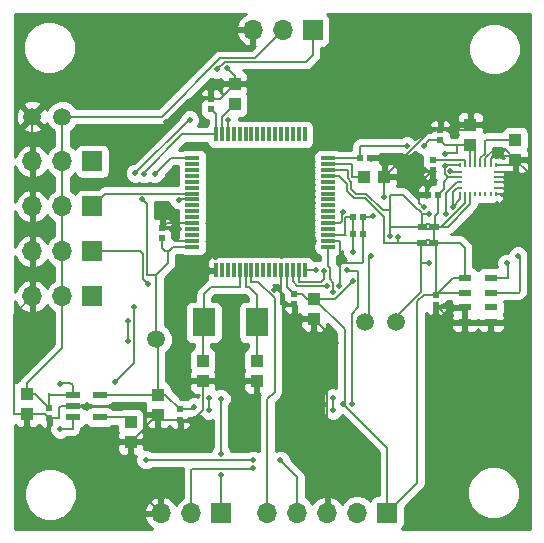
<source format=gtl>
G04 #@! TF.FileFunction,Copper,L1,Top,Signal*
%FSLAX46Y46*%
G04 Gerber Fmt 4.6, Leading zero omitted, Abs format (unit mm)*
G04 Created by KiCad (PCBNEW 4.0.7) date 12/16/19 01:30:10*
%MOMM*%
%LPD*%
G01*
G04 APERTURE LIST*
%ADD10C,0.100000*%
%ADD11C,0.152400*%
%ADD12R,1.000000X1.100000*%
%ADD13R,0.600000X0.540000*%
%ADD14R,0.540000X0.600000*%
%ADD15R,1.100000X1.000000*%
%ADD16R,1.700000X1.700000*%
%ADD17O,1.700000X1.700000*%
%ADD18R,0.660400X0.508000*%
%ADD19R,1.200000X0.600000*%
%ADD20R,1.200000X0.300000*%
%ADD21R,0.300000X1.200000*%
%ADD22R,0.350000X0.230000*%
%ADD23R,0.230000X0.350000*%
%ADD24R,1.100000X0.600000*%
%ADD25R,1.900000X2.400000*%
%ADD26C,1.500000*%
%ADD27C,0.508000*%
%ADD28C,0.254000*%
G04 APERTURE END LIST*
D10*
D11*
X151177800Y-114653200D02*
X150822200Y-114653200D01*
X150822200Y-114653200D02*
X150822200Y-114246800D01*
X150822200Y-114246800D02*
X151177800Y-114246800D01*
X151177800Y-114246800D02*
X151177800Y-114653200D01*
X151202800Y-113303200D02*
X150847200Y-113303200D01*
X150847200Y-113303200D02*
X150847200Y-112896800D01*
X150847200Y-112896800D02*
X151202800Y-112896800D01*
X151202800Y-112896800D02*
X151202800Y-113303200D01*
D12*
X117050000Y-127225000D03*
X117050000Y-128925000D03*
D13*
X118925000Y-128420000D03*
X118925000Y-129280000D03*
X139675000Y-118770000D03*
X139675000Y-119630000D03*
D12*
X125825000Y-129600000D03*
X125825000Y-131300000D03*
X141350000Y-119175000D03*
X141350000Y-120875000D03*
X128150000Y-127325000D03*
X128150000Y-129025000D03*
D13*
X130025000Y-128570000D03*
X130025000Y-129430000D03*
X128500000Y-114080000D03*
X128500000Y-113220000D03*
D14*
X144645000Y-113700000D03*
X145505000Y-113700000D03*
X144640000Y-112305000D03*
X145500000Y-112305000D03*
D15*
X145600000Y-108875000D03*
X147300000Y-108875000D03*
D14*
X145220000Y-107275000D03*
X146080000Y-107275000D03*
D12*
X134650000Y-102700000D03*
X134650000Y-101000000D03*
D13*
X132625000Y-103105000D03*
X132625000Y-102245000D03*
X152055000Y-105750000D03*
X152055000Y-104890000D03*
D14*
X151850000Y-110400000D03*
X150990000Y-110400000D03*
D12*
X154595000Y-106170000D03*
X154595000Y-104470000D03*
D13*
X151420000Y-107430000D03*
X151420000Y-108290000D03*
X151650000Y-118870000D03*
X151650000Y-119730000D03*
D12*
X158405000Y-107440000D03*
X158405000Y-105740000D03*
X131950000Y-126150000D03*
X131950000Y-124450000D03*
X136525000Y-126150000D03*
X136525000Y-124450000D03*
D16*
X122585000Y-107550000D03*
D17*
X120045000Y-107550000D03*
X117505000Y-107550000D03*
D16*
X122585000Y-111360000D03*
D17*
X120045000Y-111360000D03*
X117505000Y-111360000D03*
D16*
X122585000Y-115170000D03*
D17*
X120045000Y-115170000D03*
X117505000Y-115170000D03*
D16*
X122585000Y-118980000D03*
D17*
X120045000Y-118980000D03*
X117505000Y-118980000D03*
D16*
X141260000Y-96430000D03*
D17*
X138720000Y-96430000D03*
X136180000Y-96430000D03*
D16*
X133485000Y-137370000D03*
D17*
X130945000Y-137370000D03*
X128405000Y-137370000D03*
D18*
X151558800Y-114450000D03*
X150441200Y-114450000D03*
X151583800Y-113100000D03*
X150466200Y-113100000D03*
D19*
X123225000Y-127325000D03*
X123225000Y-129225000D03*
X120925000Y-129225000D03*
X120925000Y-128275000D03*
X120925000Y-127325000D03*
D20*
X131065000Y-114785000D03*
X131065000Y-114285000D03*
X131065000Y-113785000D03*
X131065000Y-113285000D03*
X131065000Y-112785000D03*
X131065000Y-112285000D03*
X131065000Y-111785000D03*
X131065000Y-111285000D03*
X131065000Y-110785000D03*
X131065000Y-110285000D03*
X131065000Y-109785000D03*
X131065000Y-109285000D03*
X131065000Y-108785000D03*
X131065000Y-108285000D03*
X131065000Y-107785000D03*
X131065000Y-107285000D03*
D21*
X133065000Y-105285000D03*
X133565000Y-105285000D03*
X134065000Y-105285000D03*
X134565000Y-105285000D03*
X135065000Y-105285000D03*
X135565000Y-105285000D03*
X136065000Y-105285000D03*
X136565000Y-105285000D03*
X137065000Y-105285000D03*
X137565000Y-105285000D03*
X138065000Y-105285000D03*
X138565000Y-105285000D03*
X139065000Y-105285000D03*
X139565000Y-105285000D03*
X140065000Y-105285000D03*
X140565000Y-105285000D03*
D20*
X142565000Y-107285000D03*
X142565000Y-107785000D03*
X142565000Y-108285000D03*
X142565000Y-108785000D03*
X142565000Y-109285000D03*
X142565000Y-109785000D03*
X142565000Y-110285000D03*
X142565000Y-110785000D03*
X142565000Y-111285000D03*
X142565000Y-111785000D03*
X142565000Y-112285000D03*
X142565000Y-112785000D03*
X142565000Y-113285000D03*
X142565000Y-113785000D03*
X142565000Y-114285000D03*
X142565000Y-114785000D03*
D21*
X140565000Y-116785000D03*
X140065000Y-116785000D03*
X139565000Y-116785000D03*
X139065000Y-116785000D03*
X138565000Y-116785000D03*
X138065000Y-116785000D03*
X137565000Y-116785000D03*
X137065000Y-116785000D03*
X136565000Y-116785000D03*
X136065000Y-116785000D03*
X135565000Y-116785000D03*
X135065000Y-116785000D03*
X134565000Y-116785000D03*
X134065000Y-116785000D03*
X133565000Y-116785000D03*
X133065000Y-116785000D03*
D22*
X156735000Y-109775000D03*
X156735000Y-109345000D03*
X156735000Y-108915000D03*
X156735000Y-108485000D03*
X153725000Y-109775000D03*
X153725000Y-109345000D03*
X153725000Y-108915000D03*
X153725000Y-108485000D03*
D23*
X156735000Y-110355000D03*
X156305000Y-110355000D03*
X155875000Y-110355000D03*
X155445000Y-110355000D03*
X155015000Y-110355000D03*
X154585000Y-110355000D03*
X154155000Y-110355000D03*
X153725000Y-110355000D03*
X156735000Y-107905000D03*
X156305000Y-107905000D03*
X155875000Y-107905000D03*
X155445000Y-107905000D03*
X155015000Y-107905000D03*
X154585000Y-107905000D03*
X154155000Y-107905000D03*
X153725000Y-107905000D03*
D24*
X156330000Y-121165000D03*
X156330000Y-119915000D03*
X156330000Y-118665000D03*
X156330000Y-117415000D03*
X154130000Y-121165000D03*
X154130000Y-119915000D03*
X154130000Y-118665000D03*
X154130000Y-117415000D03*
D25*
X136525000Y-121195000D03*
X132025000Y-121195000D03*
D16*
X147550000Y-137325000D03*
D17*
X145010000Y-137325000D03*
X142470000Y-137325000D03*
X139930000Y-137325000D03*
X137390000Y-137325000D03*
D26*
X148275000Y-121175000D03*
X145650000Y-121175000D03*
X120050000Y-103775000D03*
X128000000Y-122625000D03*
X117500000Y-103775000D03*
D27*
X119825000Y-126450000D03*
X119825000Y-130225000D03*
X129830000Y-118440000D03*
X138010000Y-118440000D03*
X158380000Y-111450000D03*
X129840000Y-116690000D03*
X129910000Y-113300000D03*
X147250000Y-110550000D03*
X146350000Y-112150000D03*
X143250000Y-122950000D03*
X143475000Y-118125000D03*
X128800000Y-104250000D03*
X128475000Y-112300000D03*
X133600000Y-97975000D03*
X134025000Y-99675000D03*
X150650000Y-111450000D03*
X153100000Y-111400000D03*
X152410000Y-107960000D03*
X152410000Y-106900000D03*
X126780000Y-110780000D03*
X126940000Y-108600000D03*
X149225000Y-106225000D03*
X150650000Y-106225000D03*
X144650000Y-115225000D03*
X144625000Y-117675000D03*
X131225000Y-128350000D03*
X143825000Y-128125000D03*
X143775000Y-111825000D03*
X127275000Y-117925000D03*
X141525000Y-116775000D03*
X132460000Y-127620000D03*
X132430000Y-128630000D03*
X142970000Y-128640000D03*
X142970000Y-127580000D03*
X142980000Y-118610000D03*
X133150000Y-99780000D03*
X129890000Y-110800000D03*
X133480000Y-134110000D03*
X133490000Y-132310000D03*
X133490000Y-127640000D03*
X142490000Y-118090000D03*
X142200000Y-116825000D03*
X144125000Y-116800000D03*
X144575000Y-128125000D03*
X136200000Y-133550000D03*
X127920000Y-108590000D03*
X125600000Y-121070000D03*
X125610000Y-122800000D03*
X134100000Y-104075000D03*
X130825000Y-104050000D03*
X126225000Y-108575000D03*
X126125000Y-119875000D03*
X124475000Y-126275000D03*
X127125000Y-132825000D03*
X136225000Y-132850000D03*
X138500000Y-132875000D03*
X148460000Y-113940000D03*
X152910000Y-108410000D03*
X157675000Y-116200000D03*
X151100000Y-116150000D03*
X151125000Y-112000000D03*
X152550000Y-112000000D03*
X158650000Y-115550000D03*
X146175000Y-115550000D03*
X147775000Y-113900000D03*
D11*
X120925000Y-129225000D02*
X120925000Y-130200000D01*
X120925000Y-126500000D02*
X120925000Y-127325000D01*
X120725000Y-126300000D02*
X120925000Y-126500000D01*
X119975000Y-126300000D02*
X120725000Y-126300000D01*
X119825000Y-126450000D02*
X119975000Y-126300000D01*
X120900000Y-130225000D02*
X119825000Y-130225000D01*
X120925000Y-130200000D02*
X120900000Y-130225000D01*
X117050000Y-127225000D02*
X117050000Y-126350000D01*
X120045000Y-123355000D02*
X120045000Y-118980000D01*
X117050000Y-126350000D02*
X120045000Y-123355000D01*
X118925000Y-128420000D02*
X118925000Y-127200000D01*
X119050000Y-127325000D02*
X120925000Y-127325000D01*
X118925000Y-127200000D02*
X119050000Y-127325000D01*
X117050000Y-127225000D02*
X117730000Y-127225000D01*
X117730000Y-127225000D02*
X118925000Y-128420000D01*
X120050000Y-103775000D02*
X128450000Y-103775000D01*
X136325000Y-98825000D02*
X138720000Y-96430000D01*
X133400000Y-98825000D02*
X136325000Y-98825000D01*
X128450000Y-103775000D02*
X133400000Y-98825000D01*
X120045000Y-107550000D02*
X120045000Y-103780000D01*
X120045000Y-103780000D02*
X120050000Y-103775000D01*
X120045000Y-111360000D02*
X120045000Y-107550000D01*
X120045000Y-115170000D02*
X120045000Y-111360000D01*
X120045000Y-118980000D02*
X120045000Y-115170000D01*
X138565000Y-118250000D02*
X138200000Y-118250000D01*
X129840000Y-118430000D02*
X129840000Y-116690000D01*
X129830000Y-118440000D02*
X129840000Y-118430000D01*
X138200000Y-118250000D02*
X138010000Y-118440000D01*
X139675000Y-119630000D02*
X138600000Y-119630000D01*
X138565000Y-119595000D02*
X138565000Y-118250000D01*
X138565000Y-118250000D02*
X138565000Y-116785000D01*
X138600000Y-119630000D02*
X138565000Y-119595000D01*
X158420000Y-110150000D02*
X158405000Y-110150000D01*
X158405000Y-110165000D02*
X158420000Y-110150000D01*
X158405000Y-111425000D02*
X158405000Y-110165000D01*
X158380000Y-111450000D02*
X158405000Y-111425000D01*
X153725000Y-109775000D02*
X153485000Y-109775000D01*
X153100000Y-110160000D02*
X153100000Y-111400000D01*
X153485000Y-109775000D02*
X153100000Y-110160000D01*
X131065000Y-114285000D02*
X129625000Y-114285000D01*
X129340000Y-113220000D02*
X128500000Y-113220000D01*
X129380000Y-113260000D02*
X129340000Y-113220000D01*
X129380000Y-114040000D02*
X129380000Y-113260000D01*
X129625000Y-114285000D02*
X129380000Y-114040000D01*
X133065000Y-116785000D02*
X129935000Y-116785000D01*
X129935000Y-116785000D02*
X129840000Y-116690000D01*
X129900000Y-113290000D02*
X129900000Y-112785000D01*
X129910000Y-113300000D02*
X129900000Y-113290000D01*
X139675000Y-119630000D02*
X139675000Y-120650000D01*
X139900000Y-120875000D02*
X141350000Y-120875000D01*
X139675000Y-120650000D02*
X139900000Y-120875000D01*
X145500000Y-112305000D02*
X146195000Y-112305000D01*
X147300000Y-110500000D02*
X147300000Y-108875000D01*
X147250000Y-110550000D02*
X147300000Y-110500000D01*
X146195000Y-112305000D02*
X146350000Y-112150000D01*
X146080000Y-107275000D02*
X147300000Y-107275000D01*
X147300000Y-107275000D02*
X147300000Y-108875000D01*
X147300000Y-108875000D02*
X150835000Y-108875000D01*
X150835000Y-108875000D02*
X151420000Y-108290000D01*
X145505000Y-113700000D02*
X145505000Y-112310000D01*
X145505000Y-112310000D02*
X145500000Y-112305000D01*
X143600000Y-116000000D02*
X143600000Y-118000000D01*
X143225000Y-122975000D02*
X142470000Y-122975000D01*
X143250000Y-122950000D02*
X143225000Y-122975000D01*
X143600000Y-118000000D02*
X143475000Y-118125000D01*
X128500000Y-113220000D02*
X128500000Y-112325000D01*
X130805000Y-102245000D02*
X132625000Y-102245000D01*
X128800000Y-104250000D02*
X130805000Y-102245000D01*
X128500000Y-112325000D02*
X128475000Y-112300000D01*
X134650000Y-101000000D02*
X134650000Y-100300000D01*
X136180000Y-98045000D02*
X136180000Y-96430000D01*
X136175000Y-98050000D02*
X136180000Y-98045000D01*
X133675000Y-98050000D02*
X136175000Y-98050000D01*
X133600000Y-97975000D02*
X133675000Y-98050000D01*
X134650000Y-100300000D02*
X134025000Y-99675000D01*
X141350000Y-120875000D02*
X140920000Y-120875000D01*
X153725000Y-110355000D02*
X153725000Y-110775000D01*
X150300000Y-110400000D02*
X150990000Y-110400000D01*
X150250000Y-110450000D02*
X150300000Y-110400000D01*
X150250000Y-111050000D02*
X150250000Y-110450000D01*
X150650000Y-111450000D02*
X150250000Y-111050000D01*
X153725000Y-110775000D02*
X153100000Y-111400000D01*
X156330000Y-121165000D02*
X158940000Y-121165000D01*
X159450000Y-108485000D02*
X158405000Y-107440000D01*
X159450000Y-120655000D02*
X159450000Y-108485000D01*
X158940000Y-121165000D02*
X159450000Y-120655000D01*
X142565000Y-114285000D02*
X143535000Y-114285000D01*
X145505000Y-116070000D02*
X145505000Y-113700000D01*
X145425000Y-116150000D02*
X145505000Y-116070000D01*
X143750000Y-116150000D02*
X145425000Y-116150000D01*
X143600000Y-116000000D02*
X143750000Y-116150000D01*
X143600000Y-114350000D02*
X143600000Y-116000000D01*
X143535000Y-114285000D02*
X143600000Y-114350000D01*
X117050000Y-128925000D02*
X117050000Y-131225000D01*
X117125000Y-131300000D02*
X125825000Y-131300000D01*
X117050000Y-131225000D02*
X117125000Y-131300000D01*
X117050000Y-128925000D02*
X116000000Y-128925000D01*
X115950000Y-120535000D02*
X117505000Y-118980000D01*
X115950000Y-128875000D02*
X115950000Y-120535000D01*
X116000000Y-128925000D02*
X115950000Y-128875000D01*
X142470000Y-137325000D02*
X142470000Y-122975000D01*
X142470000Y-122975000D02*
X142470000Y-121995000D01*
X142470000Y-121995000D02*
X141350000Y-120875000D01*
X117500000Y-103525000D02*
X119150000Y-101875000D01*
X119150000Y-101875000D02*
X128300000Y-101875000D01*
X128300000Y-101875000D02*
X133745000Y-96430000D01*
X133745000Y-96430000D02*
X136180000Y-96430000D01*
X125825000Y-131300000D02*
X125825000Y-134790000D01*
X125825000Y-134790000D02*
X128405000Y-137370000D01*
X136525000Y-126150000D02*
X131950000Y-126150000D01*
X131950000Y-126150000D02*
X131950000Y-128575000D01*
X131095000Y-129430000D02*
X130025000Y-129430000D01*
X131950000Y-128575000D02*
X131095000Y-129430000D01*
X154130000Y-119915000D02*
X151835000Y-119915000D01*
X151835000Y-119915000D02*
X151650000Y-119730000D01*
X156330000Y-121165000D02*
X156330000Y-122770000D01*
X151650000Y-122775000D02*
X151650000Y-119730000D01*
X156325000Y-122775000D02*
X151650000Y-122775000D01*
X156330000Y-122770000D02*
X156325000Y-122775000D01*
X154130000Y-121165000D02*
X153085000Y-121165000D01*
X153085000Y-121165000D02*
X151650000Y-119730000D01*
X152055000Y-104890000D02*
X151285000Y-104890000D01*
X151285000Y-104890000D02*
X147300000Y-108875000D01*
X151420000Y-108290000D02*
X151420000Y-109280000D01*
X151420000Y-109280000D02*
X150990000Y-109710000D01*
X150990000Y-109710000D02*
X150990000Y-110400000D01*
X152055000Y-104890000D02*
X154175000Y-104890000D01*
X154175000Y-104890000D02*
X154595000Y-104470000D01*
X156735000Y-110355000D02*
X158370000Y-110355000D01*
X158405000Y-110320000D02*
X158405000Y-110150000D01*
X158370000Y-110355000D02*
X158405000Y-110320000D01*
X158405000Y-110150000D02*
X158405000Y-107440000D01*
X156735000Y-109775000D02*
X158400000Y-109775000D01*
X158400000Y-109775000D02*
X158405000Y-109770000D01*
X158405000Y-109770000D02*
X158405000Y-107440000D01*
X156735000Y-109345000D02*
X158395000Y-109345000D01*
X158405000Y-109335000D02*
X158405000Y-108825000D01*
X158395000Y-109345000D02*
X158405000Y-109335000D01*
X156735000Y-108915000D02*
X158315000Y-108915000D01*
X158405000Y-108825000D02*
X158405000Y-108415000D01*
X158315000Y-108915000D02*
X158405000Y-108825000D01*
X156735000Y-108485000D02*
X158335000Y-108485000D01*
X158405000Y-108415000D02*
X158405000Y-107440000D01*
X158335000Y-108485000D02*
X158405000Y-108415000D01*
X156305000Y-107905000D02*
X156305000Y-107320000D01*
X156500000Y-107125000D02*
X158090000Y-107125000D01*
X156305000Y-107320000D02*
X156500000Y-107125000D01*
X158090000Y-107125000D02*
X158405000Y-107440000D01*
X155875000Y-107905000D02*
X155875000Y-107300000D01*
X155875000Y-107300000D02*
X156650000Y-106525000D01*
X156650000Y-106525000D02*
X157490000Y-106525000D01*
X157490000Y-106525000D02*
X158405000Y-107440000D01*
X156735000Y-107905000D02*
X157940000Y-107905000D01*
X157940000Y-107905000D02*
X158405000Y-107440000D01*
X145500000Y-113695000D02*
X145505000Y-113700000D01*
X130025000Y-129430000D02*
X128555000Y-129430000D01*
X128555000Y-129430000D02*
X128150000Y-129025000D01*
X128150000Y-129025000D02*
X128100000Y-129025000D01*
X128100000Y-129025000D02*
X125825000Y-131300000D01*
X117050000Y-128925000D02*
X118570000Y-128925000D01*
X118570000Y-128925000D02*
X118925000Y-129280000D01*
X120925000Y-128275000D02*
X119975000Y-128275000D01*
X119755000Y-129280000D02*
X118925000Y-129280000D01*
X119800000Y-129325000D02*
X119755000Y-129280000D01*
X119800000Y-128450000D02*
X119800000Y-129325000D01*
X119975000Y-128275000D02*
X119800000Y-128450000D01*
X132625000Y-102245000D02*
X133405000Y-102245000D01*
X133405000Y-102245000D02*
X134650000Y-101000000D01*
X131065000Y-112785000D02*
X129900000Y-112785000D01*
X129900000Y-112785000D02*
X128935000Y-112785000D01*
X128935000Y-112785000D02*
X128500000Y-113220000D01*
X117500000Y-103775000D02*
X117500000Y-103525000D01*
X117505000Y-107550000D02*
X117505000Y-103780000D01*
X117505000Y-103780000D02*
X117500000Y-103775000D01*
X117505000Y-115170000D02*
X117505000Y-118980000D01*
X117505000Y-111360000D02*
X117505000Y-115170000D01*
X117505000Y-107550000D02*
X117505000Y-111360000D01*
X152710000Y-108915000D02*
X152705000Y-108915000D01*
X152410000Y-108620000D02*
X152410000Y-107960000D01*
X152705000Y-108915000D02*
X152410000Y-108620000D01*
X153725000Y-107905000D02*
X152465000Y-107905000D01*
X152465000Y-107905000D02*
X152410000Y-107960000D01*
X153450000Y-106880000D02*
X153450000Y-106170000D01*
X152410000Y-106900000D02*
X152420000Y-106890000D01*
X152420000Y-106890000D02*
X153460000Y-106890000D01*
X153460000Y-106890000D02*
X153450000Y-106880000D01*
X133065000Y-105285000D02*
X130215000Y-105285000D01*
X127200000Y-117160000D02*
X128000000Y-117160000D01*
X127190000Y-117150000D02*
X127200000Y-117160000D01*
X127190000Y-111190000D02*
X127190000Y-117150000D01*
X126780000Y-110780000D02*
X127190000Y-111190000D01*
X126940000Y-108560000D02*
X126940000Y-108600000D01*
X130215000Y-105285000D02*
X126940000Y-108560000D01*
X128000000Y-122625000D02*
X128000000Y-117160000D01*
X128990000Y-115170000D02*
X128990000Y-115200000D01*
X128000000Y-117160000D02*
X128990000Y-116170000D01*
X128990000Y-116170000D02*
X128990000Y-115170000D01*
X128500000Y-114080000D02*
X128500000Y-114910000D01*
X128500000Y-114910000D02*
X128760000Y-115170000D01*
X128760000Y-115170000D02*
X129020000Y-115170000D01*
X129020000Y-115170000D02*
X128990000Y-115200000D01*
X129405000Y-114785000D02*
X131065000Y-114785000D01*
X128990000Y-115200000D02*
X129405000Y-114785000D01*
X128500000Y-122125000D02*
X128000000Y-122625000D01*
X152055000Y-105750000D02*
X151125000Y-105750000D01*
X145220000Y-106255000D02*
X145220000Y-107275000D01*
X145250000Y-106225000D02*
X145220000Y-106255000D01*
X149225000Y-106225000D02*
X145250000Y-106225000D01*
X151125000Y-105750000D02*
X150650000Y-106225000D01*
X151583800Y-113100000D02*
X151583800Y-112166200D01*
X151850000Y-111900000D02*
X151850000Y-110400000D01*
X151583800Y-112166200D02*
X151850000Y-111900000D01*
X147550000Y-137325000D02*
X147550000Y-131850000D01*
X147550000Y-131850000D02*
X143825000Y-128125000D01*
X154130000Y-117415000D02*
X154130000Y-114880000D01*
X153700000Y-114450000D02*
X151558800Y-114450000D01*
X154130000Y-114880000D02*
X153700000Y-114450000D01*
X141350000Y-119175000D02*
X143125000Y-119175000D01*
X144645000Y-115220000D02*
X144645000Y-113700000D01*
X144650000Y-115225000D02*
X144645000Y-115220000D01*
X143125000Y-119175000D02*
X144625000Y-117675000D01*
X130025000Y-128570000D02*
X131005000Y-128570000D01*
X131005000Y-128570000D02*
X131225000Y-128350000D01*
X143950000Y-121775000D02*
X141350000Y-119175000D01*
X143825000Y-128125000D02*
X143950000Y-128000000D01*
X143950000Y-128000000D02*
X143950000Y-121775000D01*
X132625000Y-103125000D02*
X132625000Y-103105000D01*
X151650000Y-118870000D02*
X150655000Y-118870000D01*
X150100000Y-134775000D02*
X147550000Y-137325000D01*
X150100000Y-119425000D02*
X150100000Y-134775000D01*
X150655000Y-118870000D02*
X150100000Y-119425000D01*
X139675000Y-118770000D02*
X140330000Y-118770000D01*
X140330000Y-118770000D02*
X140735000Y-119175000D01*
X140735000Y-119175000D02*
X141350000Y-119175000D01*
X128150000Y-127325000D02*
X128150000Y-122775000D01*
X128150000Y-122775000D02*
X128000000Y-122625000D01*
X154585000Y-110355000D02*
X154585000Y-111190000D01*
X152675000Y-113100000D02*
X151583800Y-113100000D01*
X154585000Y-111190000D02*
X152675000Y-113100000D01*
X154130000Y-118665000D02*
X151855000Y-118665000D01*
X151855000Y-118665000D02*
X151650000Y-118870000D01*
X154130000Y-117415000D02*
X153105000Y-117415000D01*
X153105000Y-117415000D02*
X151650000Y-118870000D01*
X154155000Y-110355000D02*
X154155000Y-111095000D01*
X152150000Y-113100000D02*
X151583800Y-113100000D01*
X154155000Y-111095000D02*
X152150000Y-113100000D01*
X151650000Y-118870000D02*
X151650000Y-114541200D01*
X151650000Y-114541200D02*
X151558800Y-114450000D01*
X144645000Y-113700000D02*
X144645000Y-112310000D01*
X144645000Y-112310000D02*
X144640000Y-112305000D01*
X154595000Y-106170000D02*
X153450000Y-106170000D01*
X153450000Y-106170000D02*
X152475000Y-106170000D01*
X152475000Y-106170000D02*
X152055000Y-105750000D01*
X155015000Y-107905000D02*
X155015000Y-106590000D01*
X155015000Y-106590000D02*
X154595000Y-106170000D01*
X154585000Y-107905000D02*
X154585000Y-106180000D01*
X154585000Y-106180000D02*
X154595000Y-106170000D01*
X153725000Y-108915000D02*
X152710000Y-108915000D01*
X152710000Y-108915000D02*
X152350000Y-109275000D01*
X152350000Y-109275000D02*
X152350000Y-109900000D01*
X152350000Y-109900000D02*
X151850000Y-110400000D01*
X151558800Y-114450000D02*
X151558800Y-113125000D01*
X151558800Y-113125000D02*
X151583800Y-113100000D01*
X142565000Y-107285000D02*
X145210000Y-107285000D01*
X145210000Y-107285000D02*
X145220000Y-107275000D01*
X128150000Y-127325000D02*
X128780000Y-127325000D01*
X128780000Y-127325000D02*
X130025000Y-128570000D01*
X123225000Y-127325000D02*
X128150000Y-127325000D01*
X133065000Y-105285000D02*
X133065000Y-103545000D01*
X133065000Y-103545000D02*
X132625000Y-103105000D01*
X140945000Y-118770000D02*
X141350000Y-119175000D01*
X142565000Y-113785000D02*
X144035000Y-113785000D01*
X144030000Y-112305000D02*
X144640000Y-112305000D01*
X144025000Y-112300000D02*
X144030000Y-112305000D01*
X144025000Y-113775000D02*
X144025000Y-112300000D01*
X144035000Y-113785000D02*
X144025000Y-113775000D01*
X139065000Y-116785000D02*
X139065000Y-118165000D01*
X139065000Y-118165000D02*
X139670000Y-118770000D01*
X139670000Y-118770000D02*
X139675000Y-118770000D01*
X123225000Y-129225000D02*
X125450000Y-129225000D01*
X125450000Y-129225000D02*
X125825000Y-129600000D01*
X142565000Y-107785000D02*
X144510000Y-107785000D01*
X144510000Y-107785000D02*
X144550000Y-107825000D01*
X144550000Y-107825000D02*
X144550000Y-108825000D01*
X144550000Y-108825000D02*
X144600000Y-108875000D01*
X144600000Y-108875000D02*
X145600000Y-108875000D01*
X133565000Y-105285000D02*
X133565000Y-103785000D01*
X133565000Y-103785000D02*
X134650000Y-102700000D01*
X154155000Y-107905000D02*
X154155000Y-107470000D01*
X154115000Y-107430000D02*
X151420000Y-107430000D01*
X154155000Y-107470000D02*
X154115000Y-107430000D01*
X155445000Y-107905000D02*
X155445000Y-107280000D01*
X155885000Y-105740000D02*
X158405000Y-105740000D01*
X155825000Y-105800000D02*
X155885000Y-105740000D01*
X155825000Y-106900000D02*
X155825000Y-105800000D01*
X155445000Y-107280000D02*
X155825000Y-106900000D01*
X131950000Y-124450000D02*
X131950000Y-121270000D01*
X131950000Y-121270000D02*
X132025000Y-121195000D01*
X132025000Y-121195000D02*
X132025000Y-118800000D01*
X135065000Y-118165000D02*
X135065000Y-116785000D01*
X135075000Y-118175000D02*
X135065000Y-118165000D01*
X132650000Y-118175000D02*
X135075000Y-118175000D01*
X132025000Y-118800000D02*
X132650000Y-118175000D01*
X136525000Y-124450000D02*
X136525000Y-121195000D01*
X136525000Y-121195000D02*
X136525000Y-118850000D01*
X135565000Y-118165000D02*
X135565000Y-116785000D01*
X135575000Y-118175000D02*
X135565000Y-118165000D01*
X135850000Y-118175000D02*
X135575000Y-118175000D01*
X136525000Y-118850000D02*
X135850000Y-118175000D01*
X142565000Y-112785000D02*
X143560000Y-112785000D01*
X143700000Y-111900000D02*
X143775000Y-111825000D01*
X143700000Y-112645000D02*
X143700000Y-111900000D01*
X143560000Y-112785000D02*
X143700000Y-112645000D01*
X131065000Y-110285000D02*
X123660000Y-110285000D01*
X123660000Y-110285000D02*
X122585000Y-111360000D01*
X140565000Y-116785000D02*
X141515000Y-116785000D01*
X126670000Y-115170000D02*
X122585000Y-115170000D01*
X126875000Y-115375000D02*
X126670000Y-115170000D01*
X126875000Y-117525000D02*
X126875000Y-115375000D01*
X127275000Y-117925000D02*
X126875000Y-117525000D01*
X141515000Y-116785000D02*
X141525000Y-116775000D01*
X142565000Y-114785000D02*
X142565000Y-116445000D01*
X132460000Y-128600000D02*
X132460000Y-127620000D01*
X132430000Y-128630000D02*
X132460000Y-128600000D01*
X142970000Y-127580000D02*
X142970000Y-128640000D01*
X142980000Y-117830000D02*
X142980000Y-118610000D01*
X142700000Y-117550000D02*
X142980000Y-117830000D01*
X142700000Y-116580000D02*
X142700000Y-117550000D01*
X142565000Y-116445000D02*
X142700000Y-116580000D01*
X131065000Y-110785000D02*
X129905000Y-110785000D01*
X141260000Y-98570000D02*
X141260000Y-96430000D01*
X140690000Y-99140000D02*
X141260000Y-98570000D01*
X133790000Y-99140000D02*
X140690000Y-99140000D01*
X133150000Y-99780000D02*
X133790000Y-99140000D01*
X129905000Y-110785000D02*
X129890000Y-110800000D01*
X139565000Y-116785000D02*
X139565000Y-117715000D01*
X133485000Y-134115000D02*
X133485000Y-137370000D01*
X133480000Y-134110000D02*
X133485000Y-134115000D01*
X133490000Y-127640000D02*
X133490000Y-132310000D01*
X139940000Y-118090000D02*
X142490000Y-118090000D01*
X139565000Y-117715000D02*
X139940000Y-118090000D01*
X140065000Y-116785000D02*
X140065000Y-117765000D01*
X142200000Y-117550000D02*
X142200000Y-116825000D01*
X141975000Y-117775000D02*
X142200000Y-117550000D01*
X140075000Y-117775000D02*
X141975000Y-117775000D01*
X140065000Y-117765000D02*
X140075000Y-117775000D01*
X144125000Y-116800000D02*
X144150000Y-116825000D01*
X144150000Y-116825000D02*
X145025000Y-116825000D01*
X145025000Y-116825000D02*
X145125000Y-116925000D01*
X145125000Y-116925000D02*
X145125000Y-119900000D01*
X145125000Y-119900000D02*
X144575000Y-120450000D01*
X144575000Y-120450000D02*
X144575000Y-128125000D01*
X136200000Y-133550000D02*
X136175000Y-133575000D01*
X136175000Y-133575000D02*
X131025000Y-133575000D01*
X131025000Y-133575000D02*
X130945000Y-133655000D01*
X130945000Y-133655000D02*
X130945000Y-137370000D01*
X129225000Y-107285000D02*
X131065000Y-107285000D01*
X127920000Y-108590000D02*
X129225000Y-107285000D01*
X125600000Y-122790000D02*
X125600000Y-121070000D01*
X125610000Y-122800000D02*
X125600000Y-122790000D01*
X131065000Y-107285000D02*
X130465000Y-107285000D01*
X139930000Y-137325000D02*
X139930000Y-134305000D01*
X134065000Y-104110000D02*
X134065000Y-105285000D01*
X134100000Y-104075000D02*
X134065000Y-104110000D01*
X130750000Y-104050000D02*
X130825000Y-104050000D01*
X126225000Y-108575000D02*
X130750000Y-104050000D01*
X126125000Y-124625000D02*
X126125000Y-119875000D01*
X124475000Y-126275000D02*
X126125000Y-124625000D01*
X136200000Y-132825000D02*
X127125000Y-132825000D01*
X136225000Y-132850000D02*
X136200000Y-132825000D01*
X139930000Y-134305000D02*
X138500000Y-132875000D01*
X137390000Y-137325000D02*
X137390000Y-127685000D01*
X136065000Y-117740000D02*
X136065000Y-116785000D01*
X136100000Y-117775000D02*
X136065000Y-117740000D01*
X136650000Y-117775000D02*
X136100000Y-117775000D01*
X138025000Y-119150000D02*
X136650000Y-117775000D01*
X138025000Y-127050000D02*
X138025000Y-119150000D01*
X137390000Y-127685000D02*
X138025000Y-127050000D01*
X153725000Y-108485000D02*
X152985000Y-108485000D01*
X148450000Y-113950000D02*
X148450000Y-114450000D01*
X148460000Y-113940000D02*
X148450000Y-113950000D01*
X152985000Y-108485000D02*
X152910000Y-108410000D01*
X142565000Y-108785000D02*
X143510000Y-108785000D01*
X147325000Y-114450000D02*
X148450000Y-114450000D01*
X147275000Y-114400000D02*
X147325000Y-114450000D01*
X147275000Y-112300000D02*
X147275000Y-114400000D01*
X145650000Y-110675000D02*
X147275000Y-112300000D01*
X144775000Y-110675000D02*
X145650000Y-110675000D01*
X144175000Y-110075000D02*
X144775000Y-110675000D01*
X144175000Y-109450000D02*
X144175000Y-110075000D01*
X143510000Y-108785000D02*
X144175000Y-109450000D01*
X148450000Y-114450000D02*
X148450000Y-114425000D01*
X148450000Y-114425000D02*
X148450000Y-114450000D01*
X150441200Y-116175000D02*
X151075000Y-116175000D01*
X157765000Y-117415000D02*
X156330000Y-117415000D01*
X157775000Y-117425000D02*
X157765000Y-117415000D01*
X157775000Y-116300000D02*
X157775000Y-117425000D01*
X157675000Y-116200000D02*
X157775000Y-116300000D01*
X151075000Y-116175000D02*
X151100000Y-116150000D01*
X150441200Y-114450000D02*
X150441200Y-116175000D01*
X150441200Y-116175000D02*
X150441200Y-118583800D01*
X150441200Y-118583800D02*
X148275000Y-120750000D01*
X148275000Y-120750000D02*
X148275000Y-121175000D01*
X148450000Y-114450000D02*
X150441200Y-114450000D01*
X142565000Y-108285000D02*
X144190000Y-108285000D01*
X147175000Y-111700000D02*
X147775000Y-111700000D01*
X145800000Y-110325000D02*
X147175000Y-111700000D01*
X144900000Y-110325000D02*
X145800000Y-110325000D01*
X144500000Y-109925000D02*
X144900000Y-110325000D01*
X144500000Y-109275000D02*
X144500000Y-109925000D01*
X144225000Y-109000000D02*
X144500000Y-109275000D01*
X144225000Y-108320000D02*
X144225000Y-109000000D01*
X144190000Y-108285000D02*
X144225000Y-108320000D01*
X153725000Y-109345000D02*
X153455000Y-109345000D01*
X151100000Y-112025000D02*
X150466200Y-112025000D01*
X151125000Y-112000000D02*
X151100000Y-112025000D01*
X152550000Y-110250000D02*
X152550000Y-112000000D01*
X153455000Y-109345000D02*
X152550000Y-110250000D01*
X158685000Y-118665000D02*
X156330000Y-118665000D01*
X158825000Y-118525000D02*
X158685000Y-118665000D01*
X158825000Y-115725000D02*
X158825000Y-118525000D01*
X158650000Y-115550000D02*
X158825000Y-115725000D01*
X150466200Y-113100000D02*
X147875000Y-113100000D01*
X147775000Y-110400000D02*
X147775000Y-111125000D01*
X147775000Y-111125000D02*
X147775000Y-111700000D01*
X147775000Y-111700000D02*
X147775000Y-113900000D01*
X146050000Y-115675000D02*
X146050000Y-120775000D01*
X146175000Y-115550000D02*
X146050000Y-115675000D01*
X146050000Y-120775000D02*
X145650000Y-121175000D01*
X150466200Y-111966200D02*
X150466200Y-112025000D01*
X150466200Y-112025000D02*
X150466200Y-113100000D01*
X148900000Y-110400000D02*
X149837500Y-111337500D01*
X149837500Y-111337500D02*
X150466200Y-111966200D01*
X147775000Y-110400000D02*
X148900000Y-110400000D01*
D28*
G36*
X159655000Y-138650000D02*
X148834486Y-138650000D01*
X148851441Y-138639090D01*
X148996431Y-138426890D01*
X149047440Y-138175000D01*
X149047440Y-136833348D01*
X149818169Y-136062619D01*
X154324613Y-136062619D01*
X154664155Y-136884372D01*
X155292321Y-137513636D01*
X156113481Y-137854611D01*
X157002619Y-137855387D01*
X157824372Y-137515845D01*
X158453636Y-136887679D01*
X158794611Y-136066519D01*
X158795387Y-135177381D01*
X158455845Y-134355628D01*
X157827679Y-133726364D01*
X157006519Y-133385389D01*
X156117381Y-133384613D01*
X155295628Y-133724155D01*
X154666364Y-134352321D01*
X154325389Y-135173481D01*
X154324613Y-136062619D01*
X149818169Y-136062619D01*
X150602895Y-135277894D01*
X150757063Y-135047164D01*
X150811200Y-134775000D01*
X150811200Y-121450750D01*
X152945000Y-121450750D01*
X152945000Y-121591310D01*
X153041673Y-121824699D01*
X153220302Y-122003327D01*
X153453691Y-122100000D01*
X153844250Y-122100000D01*
X154003000Y-121941250D01*
X154003000Y-121292000D01*
X154257000Y-121292000D01*
X154257000Y-121941250D01*
X154415750Y-122100000D01*
X154806309Y-122100000D01*
X155039698Y-122003327D01*
X155218327Y-121824699D01*
X155230000Y-121796518D01*
X155241673Y-121824699D01*
X155420302Y-122003327D01*
X155653691Y-122100000D01*
X156044250Y-122100000D01*
X156203000Y-121941250D01*
X156203000Y-121292000D01*
X156457000Y-121292000D01*
X156457000Y-121941250D01*
X156615750Y-122100000D01*
X157006309Y-122100000D01*
X157239698Y-122003327D01*
X157418327Y-121824699D01*
X157515000Y-121591310D01*
X157515000Y-121450750D01*
X157356250Y-121292000D01*
X156457000Y-121292000D01*
X156203000Y-121292000D01*
X155303750Y-121292000D01*
X155230000Y-121365750D01*
X155156250Y-121292000D01*
X154257000Y-121292000D01*
X154003000Y-121292000D01*
X153103750Y-121292000D01*
X152945000Y-121450750D01*
X150811200Y-121450750D01*
X150811200Y-120358557D01*
X150811673Y-120359699D01*
X150990302Y-120538327D01*
X151223691Y-120635000D01*
X151364250Y-120635000D01*
X151523000Y-120476250D01*
X151523000Y-119857000D01*
X151777000Y-119857000D01*
X151777000Y-120476250D01*
X151935750Y-120635000D01*
X152076309Y-120635000D01*
X152309698Y-120538327D01*
X152488327Y-120359699D01*
X152554165Y-120200750D01*
X152945000Y-120200750D01*
X152945000Y-120341310D01*
X153027300Y-120540000D01*
X152945000Y-120738690D01*
X152945000Y-120879250D01*
X153103750Y-121038000D01*
X154003000Y-121038000D01*
X154003000Y-120042000D01*
X153103750Y-120042000D01*
X152945000Y-120200750D01*
X152554165Y-120200750D01*
X152585000Y-120126310D01*
X152585000Y-120015750D01*
X152426250Y-119857000D01*
X151777000Y-119857000D01*
X151523000Y-119857000D01*
X151503000Y-119857000D01*
X151503000Y-119787440D01*
X151950000Y-119787440D01*
X152185317Y-119743162D01*
X152401441Y-119604090D01*
X152402186Y-119603000D01*
X152426250Y-119603000D01*
X152585000Y-119444250D01*
X152585000Y-119376200D01*
X152991595Y-119376200D01*
X152945000Y-119488690D01*
X152945000Y-119629250D01*
X153103750Y-119788000D01*
X154003000Y-119788000D01*
X154003000Y-119768000D01*
X154257000Y-119768000D01*
X154257000Y-119788000D01*
X154277000Y-119788000D01*
X154277000Y-120042000D01*
X154257000Y-120042000D01*
X154257000Y-121038000D01*
X155156250Y-121038000D01*
X155230000Y-120964250D01*
X155303750Y-121038000D01*
X156203000Y-121038000D01*
X156203000Y-121018000D01*
X156457000Y-121018000D01*
X156457000Y-121038000D01*
X157356250Y-121038000D01*
X157515000Y-120879250D01*
X157515000Y-120738690D01*
X157430351Y-120534330D01*
X157476431Y-120466890D01*
X157527440Y-120215000D01*
X157527440Y-119615000D01*
X157483162Y-119379683D01*
X157480921Y-119376200D01*
X158685000Y-119376200D01*
X158957165Y-119322063D01*
X159187894Y-119167894D01*
X159327894Y-119027894D01*
X159482063Y-118797165D01*
X159536200Y-118525000D01*
X159536200Y-115733981D01*
X159538846Y-115727609D01*
X159539154Y-115373943D01*
X159404097Y-115047080D01*
X159154236Y-114796782D01*
X158827609Y-114661154D01*
X158473943Y-114660846D01*
X158147080Y-114795903D01*
X157896782Y-115045764D01*
X157786606Y-115311097D01*
X157498943Y-115310846D01*
X157172080Y-115445903D01*
X156921782Y-115695764D01*
X156786154Y-116022391D01*
X156785846Y-116376057D01*
X156823654Y-116467560D01*
X155780000Y-116467560D01*
X155544683Y-116511838D01*
X155328559Y-116650910D01*
X155229367Y-116796083D01*
X155144090Y-116663559D01*
X154931890Y-116518569D01*
X154841200Y-116500204D01*
X154841200Y-114880000D01*
X154822303Y-114785000D01*
X154787063Y-114607835D01*
X154632894Y-114377106D01*
X154202894Y-113947106D01*
X153972165Y-113792937D01*
X153700000Y-113738800D01*
X152974497Y-113738800D01*
X153177894Y-113602894D01*
X155087894Y-111692894D01*
X155242063Y-111462165D01*
X155296200Y-111190000D01*
X155296200Y-111170595D01*
X155330000Y-111177440D01*
X155560000Y-111177440D01*
X155663671Y-111157933D01*
X155760000Y-111177440D01*
X155990000Y-111177440D01*
X156093671Y-111157933D01*
X156190000Y-111177440D01*
X156420000Y-111177440D01*
X156491324Y-111164019D01*
X156493691Y-111165000D01*
X156518750Y-111165000D01*
X156526314Y-111157436D01*
X156655317Y-111133162D01*
X156816009Y-111029759D01*
X156951250Y-111165000D01*
X156976309Y-111165000D01*
X157209698Y-111068327D01*
X157388327Y-110889699D01*
X157485000Y-110656310D01*
X157485000Y-110601250D01*
X157326250Y-110442500D01*
X157235482Y-110442500D01*
X157269699Y-110428327D01*
X157448327Y-110249698D01*
X157545000Y-110016309D01*
X157545000Y-109991250D01*
X157410888Y-109857138D01*
X157448327Y-109819698D01*
X157545000Y-109586309D01*
X157545000Y-109561250D01*
X157543750Y-109560000D01*
X157545000Y-109558750D01*
X157545000Y-109533691D01*
X157466842Y-109345000D01*
X157545000Y-109156309D01*
X157545000Y-109131250D01*
X157543750Y-109130000D01*
X157545000Y-109128750D01*
X157545000Y-109103691D01*
X157466842Y-108915000D01*
X157545000Y-108726309D01*
X157545000Y-108701250D01*
X157543750Y-108700000D01*
X157545000Y-108698750D01*
X157545000Y-108673691D01*
X157519448Y-108612002D01*
X157545000Y-108612002D01*
X157545000Y-108528026D01*
X157545301Y-108528327D01*
X157778690Y-108625000D01*
X158119250Y-108625000D01*
X158278000Y-108466250D01*
X158278000Y-107567000D01*
X158532000Y-107567000D01*
X158532000Y-108466250D01*
X158690750Y-108625000D01*
X159031310Y-108625000D01*
X159264699Y-108528327D01*
X159443327Y-108349698D01*
X159540000Y-108116309D01*
X159540000Y-107725750D01*
X159381250Y-107567000D01*
X158532000Y-107567000D01*
X158278000Y-107567000D01*
X158258000Y-107567000D01*
X158258000Y-107313000D01*
X158278000Y-107313000D01*
X158278000Y-107293000D01*
X158532000Y-107293000D01*
X158532000Y-107313000D01*
X159381250Y-107313000D01*
X159540000Y-107154250D01*
X159540000Y-106763691D01*
X159468245Y-106590459D01*
X159501431Y-106541890D01*
X159552440Y-106290000D01*
X159552440Y-105190000D01*
X159508162Y-104954683D01*
X159369090Y-104738559D01*
X159156890Y-104593569D01*
X158905000Y-104542560D01*
X157905000Y-104542560D01*
X157669683Y-104586838D01*
X157453559Y-104725910D01*
X157308569Y-104938110D01*
X157290204Y-105028800D01*
X155885000Y-105028800D01*
X155730000Y-105059631D01*
X155730000Y-104755750D01*
X155571250Y-104597000D01*
X154722000Y-104597000D01*
X154722000Y-104617000D01*
X154468000Y-104617000D01*
X154468000Y-104597000D01*
X153618750Y-104597000D01*
X153460000Y-104755750D01*
X153460000Y-105146309D01*
X153531755Y-105319541D01*
X153498569Y-105368110D01*
X153480204Y-105458800D01*
X152998451Y-105458800D01*
X152973493Y-105326161D01*
X152990000Y-105286310D01*
X152990000Y-105175750D01*
X152831250Y-105017000D01*
X152802173Y-105017000D01*
X152606890Y-104883569D01*
X152355000Y-104832560D01*
X151755000Y-104832560D01*
X151519683Y-104876838D01*
X151303559Y-105015910D01*
X151302814Y-105017000D01*
X151278750Y-105017000D01*
X151256950Y-105038800D01*
X151125000Y-105038800D01*
X150852836Y-105092937D01*
X150852834Y-105092938D01*
X150852835Y-105092938D01*
X150622105Y-105247106D01*
X150533313Y-105335898D01*
X150473943Y-105335846D01*
X150147080Y-105470903D01*
X149937353Y-105680263D01*
X149729236Y-105471782D01*
X149402609Y-105336154D01*
X149048943Y-105335846D01*
X148722080Y-105470903D01*
X148679108Y-105513800D01*
X145250000Y-105513800D01*
X144977836Y-105567937D01*
X144977834Y-105567938D01*
X144977835Y-105567938D01*
X144747105Y-105722106D01*
X144717106Y-105752106D01*
X144562937Y-105982835D01*
X144525946Y-106168800D01*
X144508800Y-106255000D01*
X144508800Y-106504320D01*
X144498559Y-106510910D01*
X144455588Y-106573800D01*
X143468452Y-106573800D01*
X143416890Y-106538569D01*
X143165000Y-106487560D01*
X141965000Y-106487560D01*
X141729683Y-106531838D01*
X141513559Y-106670910D01*
X141368569Y-106883110D01*
X141317560Y-107135000D01*
X141317560Y-107435000D01*
X141337067Y-107538671D01*
X141317560Y-107635000D01*
X141317560Y-107935000D01*
X141337067Y-108038671D01*
X141317560Y-108135000D01*
X141317560Y-108435000D01*
X141337067Y-108538671D01*
X141317560Y-108635000D01*
X141317560Y-108935000D01*
X141337067Y-109038671D01*
X141317560Y-109135000D01*
X141317560Y-109435000D01*
X141337067Y-109538671D01*
X141317560Y-109635000D01*
X141317560Y-109935000D01*
X141337067Y-110038671D01*
X141317560Y-110135000D01*
X141317560Y-110435000D01*
X141337067Y-110538671D01*
X141317560Y-110635000D01*
X141317560Y-110935000D01*
X141337067Y-111038671D01*
X141317560Y-111135000D01*
X141317560Y-111435000D01*
X141337067Y-111538671D01*
X141317560Y-111635000D01*
X141317560Y-111935000D01*
X141337067Y-112038671D01*
X141317560Y-112135000D01*
X141317560Y-112435000D01*
X141337067Y-112538671D01*
X141317560Y-112635000D01*
X141317560Y-112935000D01*
X141337067Y-113038671D01*
X141317560Y-113135000D01*
X141317560Y-113435000D01*
X141337067Y-113538671D01*
X141317560Y-113635000D01*
X141317560Y-113935000D01*
X141330981Y-114006324D01*
X141330000Y-114008691D01*
X141330000Y-114051250D01*
X141341621Y-114062871D01*
X141361838Y-114170317D01*
X141435620Y-114284978D01*
X141368569Y-114383110D01*
X141343920Y-114504830D01*
X141330000Y-114518750D01*
X141330000Y-114561309D01*
X141331668Y-114565335D01*
X141317560Y-114635000D01*
X141317560Y-114935000D01*
X141361838Y-115170317D01*
X141500910Y-115386441D01*
X141713110Y-115531431D01*
X141853800Y-115559921D01*
X141853800Y-115948934D01*
X141702609Y-115886154D01*
X141348943Y-115885846D01*
X141292177Y-115909301D01*
X141179090Y-115733559D01*
X140966890Y-115588569D01*
X140715000Y-115537560D01*
X140415000Y-115537560D01*
X140311329Y-115557067D01*
X140215000Y-115537560D01*
X139915000Y-115537560D01*
X139811329Y-115557067D01*
X139715000Y-115537560D01*
X139415000Y-115537560D01*
X139311329Y-115557067D01*
X139215000Y-115537560D01*
X138915000Y-115537560D01*
X138843676Y-115550981D01*
X138841309Y-115550000D01*
X138798750Y-115550000D01*
X138787129Y-115561621D01*
X138679683Y-115581838D01*
X138565022Y-115655620D01*
X138466890Y-115588569D01*
X138345170Y-115563920D01*
X138331250Y-115550000D01*
X138288691Y-115550000D01*
X138284665Y-115551668D01*
X138215000Y-115537560D01*
X137915000Y-115537560D01*
X137811329Y-115557067D01*
X137715000Y-115537560D01*
X137415000Y-115537560D01*
X137311329Y-115557067D01*
X137215000Y-115537560D01*
X136915000Y-115537560D01*
X136811329Y-115557067D01*
X136715000Y-115537560D01*
X136415000Y-115537560D01*
X136311329Y-115557067D01*
X136215000Y-115537560D01*
X135915000Y-115537560D01*
X135811329Y-115557067D01*
X135715000Y-115537560D01*
X135415000Y-115537560D01*
X135311329Y-115557067D01*
X135215000Y-115537560D01*
X134915000Y-115537560D01*
X134811329Y-115557067D01*
X134715000Y-115537560D01*
X134415000Y-115537560D01*
X134311329Y-115557067D01*
X134215000Y-115537560D01*
X133915000Y-115537560D01*
X133811329Y-115557067D01*
X133715000Y-115537560D01*
X133415000Y-115537560D01*
X133343676Y-115550981D01*
X133341309Y-115550000D01*
X133298750Y-115550000D01*
X133287129Y-115561621D01*
X133179683Y-115581838D01*
X132987046Y-115705796D01*
X132831250Y-115550000D01*
X132788691Y-115550000D01*
X132555302Y-115646673D01*
X132376673Y-115825301D01*
X132280000Y-116058690D01*
X132280000Y-116499250D01*
X132438750Y-116658000D01*
X132767560Y-116658000D01*
X132767560Y-116912000D01*
X132438750Y-116912000D01*
X132280000Y-117070750D01*
X132280000Y-117511310D01*
X132303358Y-117567702D01*
X132147105Y-117672106D01*
X131522106Y-118297106D01*
X131367937Y-118527835D01*
X131351593Y-118610000D01*
X131313800Y-118800000D01*
X131313800Y-119347560D01*
X131075000Y-119347560D01*
X130839683Y-119391838D01*
X130623559Y-119530910D01*
X130478569Y-119743110D01*
X130427560Y-119995000D01*
X130427560Y-122395000D01*
X130471838Y-122630317D01*
X130610910Y-122846441D01*
X130823110Y-122991431D01*
X131075000Y-123042440D01*
X131238800Y-123042440D01*
X131238800Y-123292300D01*
X131214683Y-123296838D01*
X130998559Y-123435910D01*
X130853569Y-123648110D01*
X130802560Y-123900000D01*
X130802560Y-125000000D01*
X130846838Y-125235317D01*
X130887539Y-125298568D01*
X130815000Y-125473691D01*
X130815000Y-125864250D01*
X130973750Y-126023000D01*
X131823000Y-126023000D01*
X131823000Y-126003000D01*
X132077000Y-126003000D01*
X132077000Y-126023000D01*
X132926250Y-126023000D01*
X133085000Y-125864250D01*
X133085000Y-125473691D01*
X133013245Y-125300459D01*
X133046431Y-125251890D01*
X133097440Y-125000000D01*
X133097440Y-123900000D01*
X133053162Y-123664683D01*
X132914090Y-123448559D01*
X132701890Y-123303569D01*
X132661200Y-123295329D01*
X132661200Y-123042440D01*
X132975000Y-123042440D01*
X133210317Y-122998162D01*
X133426441Y-122859090D01*
X133571431Y-122646890D01*
X133622440Y-122395000D01*
X133622440Y-119995000D01*
X133578162Y-119759683D01*
X133439090Y-119543559D01*
X133226890Y-119398569D01*
X132975000Y-119347560D01*
X132736200Y-119347560D01*
X132736200Y-119094588D01*
X132944589Y-118886200D01*
X135075000Y-118886200D01*
X135302010Y-118841045D01*
X135325000Y-118836472D01*
X135347990Y-118841045D01*
X135550548Y-118881336D01*
X135813800Y-119144588D01*
X135813800Y-119347560D01*
X135575000Y-119347560D01*
X135339683Y-119391838D01*
X135123559Y-119530910D01*
X134978569Y-119743110D01*
X134927560Y-119995000D01*
X134927560Y-122395000D01*
X134971838Y-122630317D01*
X135110910Y-122846441D01*
X135323110Y-122991431D01*
X135575000Y-123042440D01*
X135813800Y-123042440D01*
X135813800Y-123292300D01*
X135789683Y-123296838D01*
X135573559Y-123435910D01*
X135428569Y-123648110D01*
X135377560Y-123900000D01*
X135377560Y-125000000D01*
X135421838Y-125235317D01*
X135462539Y-125298568D01*
X135390000Y-125473691D01*
X135390000Y-125864250D01*
X135548750Y-126023000D01*
X136398000Y-126023000D01*
X136398000Y-126003000D01*
X136652000Y-126003000D01*
X136652000Y-126023000D01*
X136672000Y-126023000D01*
X136672000Y-126277000D01*
X136652000Y-126277000D01*
X136652000Y-127176250D01*
X136795281Y-127319531D01*
X136732937Y-127412835D01*
X136692664Y-127615302D01*
X136678800Y-127685000D01*
X136678800Y-132075839D01*
X136402609Y-131961154D01*
X136048943Y-131960846D01*
X135722080Y-132095903D01*
X135704152Y-132113800D01*
X134370831Y-132113800D01*
X134244097Y-131807080D01*
X134201200Y-131764108D01*
X134201200Y-128186181D01*
X134243218Y-128144236D01*
X134378846Y-127817609D01*
X134379154Y-127463943D01*
X134244097Y-127137080D01*
X133994236Y-126886782D01*
X133667609Y-126751154D01*
X133313943Y-126750846D01*
X133075438Y-126849394D01*
X133085000Y-126826309D01*
X133085000Y-126435750D01*
X135390000Y-126435750D01*
X135390000Y-126826309D01*
X135486673Y-127059698D01*
X135665301Y-127238327D01*
X135898690Y-127335000D01*
X136239250Y-127335000D01*
X136398000Y-127176250D01*
X136398000Y-126277000D01*
X135548750Y-126277000D01*
X135390000Y-126435750D01*
X133085000Y-126435750D01*
X132926250Y-126277000D01*
X132077000Y-126277000D01*
X132077000Y-126297000D01*
X131823000Y-126297000D01*
X131823000Y-126277000D01*
X130973750Y-126277000D01*
X130815000Y-126435750D01*
X130815000Y-126826309D01*
X130911673Y-127059698D01*
X131090301Y-127238327D01*
X131323690Y-127335000D01*
X131615747Y-127335000D01*
X131571154Y-127442391D01*
X131571077Y-127531108D01*
X131402609Y-127461154D01*
X131048943Y-127460846D01*
X130722080Y-127595903D01*
X130599055Y-127718713D01*
X130576890Y-127703569D01*
X130325000Y-127652560D01*
X130113348Y-127652560D01*
X129297440Y-126836652D01*
X129297440Y-126775000D01*
X129253162Y-126539683D01*
X129114090Y-126323559D01*
X128901890Y-126178569D01*
X128861200Y-126170329D01*
X128861200Y-123722281D01*
X129173461Y-123410564D01*
X129384759Y-122901702D01*
X129385240Y-122350715D01*
X129174831Y-121841485D01*
X129098159Y-121764679D01*
X129002894Y-121622106D01*
X128861565Y-121527672D01*
X128785564Y-121451539D01*
X128711200Y-121420660D01*
X128711200Y-117454588D01*
X129492894Y-116672895D01*
X129608919Y-116499250D01*
X129647063Y-116442164D01*
X129701200Y-116170000D01*
X129701200Y-115496200D01*
X130161548Y-115496200D01*
X130213110Y-115531431D01*
X130465000Y-115582440D01*
X131665000Y-115582440D01*
X131900317Y-115538162D01*
X132116441Y-115399090D01*
X132261431Y-115186890D01*
X132312440Y-114935000D01*
X132312440Y-114635000D01*
X132299019Y-114563676D01*
X132300000Y-114561309D01*
X132300000Y-114518750D01*
X132288379Y-114507129D01*
X132268162Y-114399683D01*
X132194380Y-114285022D01*
X132261431Y-114186890D01*
X132286080Y-114065170D01*
X132300000Y-114051250D01*
X132300000Y-114008691D01*
X132298332Y-114004665D01*
X132312440Y-113935000D01*
X132312440Y-113635000D01*
X132292933Y-113531329D01*
X132312440Y-113435000D01*
X132312440Y-113135000D01*
X132299019Y-113063676D01*
X132300000Y-113061309D01*
X132300000Y-113018750D01*
X132288379Y-113007129D01*
X132268162Y-112899683D01*
X132194380Y-112785022D01*
X132261431Y-112686890D01*
X132286080Y-112565170D01*
X132300000Y-112551250D01*
X132300000Y-112508691D01*
X132298332Y-112504665D01*
X132312440Y-112435000D01*
X132312440Y-112135000D01*
X132292933Y-112031329D01*
X132312440Y-111935000D01*
X132312440Y-111635000D01*
X132292933Y-111531329D01*
X132312440Y-111435000D01*
X132312440Y-111135000D01*
X132292933Y-111031329D01*
X132312440Y-110935000D01*
X132312440Y-110635000D01*
X132292933Y-110531329D01*
X132312440Y-110435000D01*
X132312440Y-110135000D01*
X132292933Y-110031329D01*
X132312440Y-109935000D01*
X132312440Y-109635000D01*
X132292933Y-109531329D01*
X132312440Y-109435000D01*
X132312440Y-109135000D01*
X132292933Y-109031329D01*
X132312440Y-108935000D01*
X132312440Y-108635000D01*
X132292933Y-108531329D01*
X132312440Y-108435000D01*
X132312440Y-108135000D01*
X132292933Y-108031329D01*
X132312440Y-107935000D01*
X132312440Y-107635000D01*
X132292933Y-107531329D01*
X132312440Y-107435000D01*
X132312440Y-107135000D01*
X132268162Y-106899683D01*
X132129090Y-106683559D01*
X131916890Y-106538569D01*
X131665000Y-106487560D01*
X130465000Y-106487560D01*
X130229683Y-106531838D01*
X130164472Y-106573800D01*
X129931989Y-106573800D01*
X130509589Y-105996200D01*
X132288484Y-105996200D01*
X132311838Y-106120317D01*
X132450910Y-106336441D01*
X132663110Y-106481431D01*
X132915000Y-106532440D01*
X133215000Y-106532440D01*
X133318671Y-106512933D01*
X133415000Y-106532440D01*
X133715000Y-106532440D01*
X133818671Y-106512933D01*
X133915000Y-106532440D01*
X134215000Y-106532440D01*
X134318671Y-106512933D01*
X134415000Y-106532440D01*
X134715000Y-106532440D01*
X134818671Y-106512933D01*
X134915000Y-106532440D01*
X135215000Y-106532440D01*
X135318671Y-106512933D01*
X135415000Y-106532440D01*
X135715000Y-106532440D01*
X135818671Y-106512933D01*
X135915000Y-106532440D01*
X136215000Y-106532440D01*
X136318671Y-106512933D01*
X136415000Y-106532440D01*
X136715000Y-106532440D01*
X136818671Y-106512933D01*
X136915000Y-106532440D01*
X137215000Y-106532440D01*
X137318671Y-106512933D01*
X137415000Y-106532440D01*
X137715000Y-106532440D01*
X137818671Y-106512933D01*
X137915000Y-106532440D01*
X138215000Y-106532440D01*
X138318671Y-106512933D01*
X138415000Y-106532440D01*
X138715000Y-106532440D01*
X138818671Y-106512933D01*
X138915000Y-106532440D01*
X139215000Y-106532440D01*
X139318671Y-106512933D01*
X139415000Y-106532440D01*
X139715000Y-106532440D01*
X139818671Y-106512933D01*
X139915000Y-106532440D01*
X140215000Y-106532440D01*
X140318671Y-106512933D01*
X140415000Y-106532440D01*
X140715000Y-106532440D01*
X140950317Y-106488162D01*
X141166441Y-106349090D01*
X141311431Y-106136890D01*
X141362440Y-105885000D01*
X141362440Y-104685000D01*
X141326443Y-104493690D01*
X151120000Y-104493690D01*
X151120000Y-104604250D01*
X151278750Y-104763000D01*
X151928000Y-104763000D01*
X151928000Y-104143750D01*
X152182000Y-104143750D01*
X152182000Y-104763000D01*
X152831250Y-104763000D01*
X152990000Y-104604250D01*
X152990000Y-104493690D01*
X152893327Y-104260301D01*
X152714698Y-104081673D01*
X152481309Y-103985000D01*
X152340750Y-103985000D01*
X152182000Y-104143750D01*
X151928000Y-104143750D01*
X151769250Y-103985000D01*
X151628691Y-103985000D01*
X151395302Y-104081673D01*
X151216673Y-104260301D01*
X151120000Y-104493690D01*
X141326443Y-104493690D01*
X141318162Y-104449683D01*
X141179090Y-104233559D01*
X140966890Y-104088569D01*
X140715000Y-104037560D01*
X140415000Y-104037560D01*
X140311329Y-104057067D01*
X140215000Y-104037560D01*
X139915000Y-104037560D01*
X139811329Y-104057067D01*
X139715000Y-104037560D01*
X139415000Y-104037560D01*
X139311329Y-104057067D01*
X139215000Y-104037560D01*
X138915000Y-104037560D01*
X138811329Y-104057067D01*
X138715000Y-104037560D01*
X138415000Y-104037560D01*
X138311329Y-104057067D01*
X138215000Y-104037560D01*
X137915000Y-104037560D01*
X137811329Y-104057067D01*
X137715000Y-104037560D01*
X137415000Y-104037560D01*
X137311329Y-104057067D01*
X137215000Y-104037560D01*
X136915000Y-104037560D01*
X136811329Y-104057067D01*
X136715000Y-104037560D01*
X136415000Y-104037560D01*
X136311329Y-104057067D01*
X136215000Y-104037560D01*
X135915000Y-104037560D01*
X135811329Y-104057067D01*
X135715000Y-104037560D01*
X135415000Y-104037560D01*
X135311329Y-104057067D01*
X135215000Y-104037560D01*
X134989033Y-104037560D01*
X134989154Y-103898943D01*
X134988533Y-103897440D01*
X135150000Y-103897440D01*
X135385317Y-103853162D01*
X135477737Y-103793691D01*
X153460000Y-103793691D01*
X153460000Y-104184250D01*
X153618750Y-104343000D01*
X154468000Y-104343000D01*
X154468000Y-103443750D01*
X154722000Y-103443750D01*
X154722000Y-104343000D01*
X155571250Y-104343000D01*
X155730000Y-104184250D01*
X155730000Y-103793691D01*
X155633327Y-103560302D01*
X155454699Y-103381673D01*
X155221310Y-103285000D01*
X154880750Y-103285000D01*
X154722000Y-103443750D01*
X154468000Y-103443750D01*
X154309250Y-103285000D01*
X153968690Y-103285000D01*
X153735301Y-103381673D01*
X153556673Y-103560302D01*
X153460000Y-103793691D01*
X135477737Y-103793691D01*
X135601441Y-103714090D01*
X135746431Y-103501890D01*
X135797440Y-103250000D01*
X135797440Y-102150000D01*
X135753162Y-101914683D01*
X135712461Y-101851432D01*
X135785000Y-101676309D01*
X135785000Y-101285750D01*
X135626250Y-101127000D01*
X134777000Y-101127000D01*
X134777000Y-101147000D01*
X134523000Y-101147000D01*
X134523000Y-101127000D01*
X133673750Y-101127000D01*
X133515000Y-101285750D01*
X133515000Y-101676309D01*
X133586755Y-101849541D01*
X133560000Y-101888698D01*
X133560000Y-101848690D01*
X133463327Y-101615301D01*
X133284698Y-101436673D01*
X133051309Y-101340000D01*
X132910750Y-101340000D01*
X132752000Y-101498750D01*
X132752000Y-102118000D01*
X132772000Y-102118000D01*
X132772000Y-102187560D01*
X132325000Y-102187560D01*
X132089683Y-102231838D01*
X131873559Y-102370910D01*
X131872814Y-102372000D01*
X131848750Y-102372000D01*
X131690000Y-102530750D01*
X131690000Y-102641310D01*
X131707989Y-102684739D01*
X131677560Y-102835000D01*
X131677560Y-103375000D01*
X131721838Y-103610317D01*
X131860910Y-103826441D01*
X132073110Y-103971431D01*
X132325000Y-104022440D01*
X132353800Y-104022440D01*
X132353800Y-104381548D01*
X132318569Y-104433110D01*
X132290079Y-104573800D01*
X131558620Y-104573800D01*
X131578218Y-104554236D01*
X131713846Y-104227609D01*
X131714154Y-103873943D01*
X131579097Y-103547080D01*
X131329236Y-103296782D01*
X131002609Y-103161154D01*
X130648943Y-103160846D01*
X130322080Y-103295903D01*
X130071782Y-103545764D01*
X129946332Y-103847879D01*
X126108314Y-107685898D01*
X126048943Y-107685846D01*
X125722080Y-107820903D01*
X125471782Y-108070764D01*
X125336154Y-108397391D01*
X125335846Y-108751057D01*
X125470903Y-109077920D01*
X125720764Y-109328218D01*
X126047391Y-109463846D01*
X126401057Y-109464154D01*
X126552365Y-109401635D01*
X126762391Y-109488846D01*
X127116057Y-109489154D01*
X127442441Y-109354295D01*
X127742391Y-109478846D01*
X128096057Y-109479154D01*
X128422920Y-109344097D01*
X128673218Y-109094236D01*
X128808846Y-108767609D01*
X128808899Y-108706889D01*
X129519589Y-107996200D01*
X129829076Y-107996200D01*
X129837067Y-108038671D01*
X129817560Y-108135000D01*
X129817560Y-108435000D01*
X129837067Y-108538671D01*
X129817560Y-108635000D01*
X129817560Y-108935000D01*
X129837067Y-109038671D01*
X129817560Y-109135000D01*
X129817560Y-109435000D01*
X129837067Y-109538671D01*
X129829953Y-109573800D01*
X123660000Y-109573800D01*
X123387836Y-109627937D01*
X123157106Y-109782105D01*
X123076651Y-109862560D01*
X121735000Y-109862560D01*
X121499683Y-109906838D01*
X121283559Y-110045910D01*
X121138569Y-110258110D01*
X121124914Y-110325541D01*
X121095054Y-110280853D01*
X120756200Y-110054439D01*
X120756200Y-108855561D01*
X121095054Y-108629147D01*
X121122850Y-108587548D01*
X121131838Y-108635317D01*
X121270910Y-108851441D01*
X121483110Y-108996431D01*
X121735000Y-109047440D01*
X123435000Y-109047440D01*
X123670317Y-109003162D01*
X123886441Y-108864090D01*
X124031431Y-108651890D01*
X124082440Y-108400000D01*
X124082440Y-106700000D01*
X124038162Y-106464683D01*
X123899090Y-106248559D01*
X123686890Y-106103569D01*
X123435000Y-106052560D01*
X121735000Y-106052560D01*
X121499683Y-106096838D01*
X121283559Y-106235910D01*
X121138569Y-106448110D01*
X121124914Y-106515541D01*
X121095054Y-106470853D01*
X120756200Y-106244439D01*
X120756200Y-104981777D01*
X120833515Y-104949831D01*
X121223461Y-104560564D01*
X121254340Y-104486200D01*
X128450000Y-104486200D01*
X128722165Y-104432063D01*
X128952894Y-104277894D01*
X131382098Y-101848690D01*
X131690000Y-101848690D01*
X131690000Y-101959250D01*
X131848750Y-102118000D01*
X132498000Y-102118000D01*
X132498000Y-101498750D01*
X132339250Y-101340000D01*
X132198691Y-101340000D01*
X131965302Y-101436673D01*
X131786673Y-101615301D01*
X131690000Y-101848690D01*
X131382098Y-101848690D01*
X132682370Y-100548418D01*
X132972391Y-100668846D01*
X133326057Y-100669154D01*
X133515000Y-100591084D01*
X133515000Y-100714250D01*
X133673750Y-100873000D01*
X134523000Y-100873000D01*
X134523000Y-100853000D01*
X134777000Y-100853000D01*
X134777000Y-100873000D01*
X135626250Y-100873000D01*
X135785000Y-100714250D01*
X135785000Y-100323691D01*
X135688327Y-100090302D01*
X135509699Y-99911673D01*
X135363704Y-99851200D01*
X140690000Y-99851200D01*
X140962165Y-99797063D01*
X141192894Y-99642894D01*
X141762895Y-99072894D01*
X141917063Y-98842165D01*
X141971200Y-98570000D01*
X141971200Y-98482619D01*
X154374613Y-98482619D01*
X154714155Y-99304372D01*
X155342321Y-99933636D01*
X156163481Y-100274611D01*
X157052619Y-100275387D01*
X157874372Y-99935845D01*
X158503636Y-99307679D01*
X158844611Y-98486519D01*
X158845387Y-97597381D01*
X158505845Y-96775628D01*
X157877679Y-96146364D01*
X157056519Y-95805389D01*
X156167381Y-95804613D01*
X155345628Y-96144155D01*
X154716364Y-96772321D01*
X154375389Y-97593481D01*
X154374613Y-98482619D01*
X141971200Y-98482619D01*
X141971200Y-97927440D01*
X142110000Y-97927440D01*
X142345317Y-97883162D01*
X142561441Y-97744090D01*
X142706431Y-97531890D01*
X142757440Y-97280000D01*
X142757440Y-95580000D01*
X142713162Y-95344683D01*
X142574090Y-95128559D01*
X142488386Y-95070000D01*
X159655000Y-95070000D01*
X159655000Y-138650000D01*
X159655000Y-138650000D01*
G37*
X159655000Y-138650000D02*
X148834486Y-138650000D01*
X148851441Y-138639090D01*
X148996431Y-138426890D01*
X149047440Y-138175000D01*
X149047440Y-136833348D01*
X149818169Y-136062619D01*
X154324613Y-136062619D01*
X154664155Y-136884372D01*
X155292321Y-137513636D01*
X156113481Y-137854611D01*
X157002619Y-137855387D01*
X157824372Y-137515845D01*
X158453636Y-136887679D01*
X158794611Y-136066519D01*
X158795387Y-135177381D01*
X158455845Y-134355628D01*
X157827679Y-133726364D01*
X157006519Y-133385389D01*
X156117381Y-133384613D01*
X155295628Y-133724155D01*
X154666364Y-134352321D01*
X154325389Y-135173481D01*
X154324613Y-136062619D01*
X149818169Y-136062619D01*
X150602895Y-135277894D01*
X150757063Y-135047164D01*
X150811200Y-134775000D01*
X150811200Y-121450750D01*
X152945000Y-121450750D01*
X152945000Y-121591310D01*
X153041673Y-121824699D01*
X153220302Y-122003327D01*
X153453691Y-122100000D01*
X153844250Y-122100000D01*
X154003000Y-121941250D01*
X154003000Y-121292000D01*
X154257000Y-121292000D01*
X154257000Y-121941250D01*
X154415750Y-122100000D01*
X154806309Y-122100000D01*
X155039698Y-122003327D01*
X155218327Y-121824699D01*
X155230000Y-121796518D01*
X155241673Y-121824699D01*
X155420302Y-122003327D01*
X155653691Y-122100000D01*
X156044250Y-122100000D01*
X156203000Y-121941250D01*
X156203000Y-121292000D01*
X156457000Y-121292000D01*
X156457000Y-121941250D01*
X156615750Y-122100000D01*
X157006309Y-122100000D01*
X157239698Y-122003327D01*
X157418327Y-121824699D01*
X157515000Y-121591310D01*
X157515000Y-121450750D01*
X157356250Y-121292000D01*
X156457000Y-121292000D01*
X156203000Y-121292000D01*
X155303750Y-121292000D01*
X155230000Y-121365750D01*
X155156250Y-121292000D01*
X154257000Y-121292000D01*
X154003000Y-121292000D01*
X153103750Y-121292000D01*
X152945000Y-121450750D01*
X150811200Y-121450750D01*
X150811200Y-120358557D01*
X150811673Y-120359699D01*
X150990302Y-120538327D01*
X151223691Y-120635000D01*
X151364250Y-120635000D01*
X151523000Y-120476250D01*
X151523000Y-119857000D01*
X151777000Y-119857000D01*
X151777000Y-120476250D01*
X151935750Y-120635000D01*
X152076309Y-120635000D01*
X152309698Y-120538327D01*
X152488327Y-120359699D01*
X152554165Y-120200750D01*
X152945000Y-120200750D01*
X152945000Y-120341310D01*
X153027300Y-120540000D01*
X152945000Y-120738690D01*
X152945000Y-120879250D01*
X153103750Y-121038000D01*
X154003000Y-121038000D01*
X154003000Y-120042000D01*
X153103750Y-120042000D01*
X152945000Y-120200750D01*
X152554165Y-120200750D01*
X152585000Y-120126310D01*
X152585000Y-120015750D01*
X152426250Y-119857000D01*
X151777000Y-119857000D01*
X151523000Y-119857000D01*
X151503000Y-119857000D01*
X151503000Y-119787440D01*
X151950000Y-119787440D01*
X152185317Y-119743162D01*
X152401441Y-119604090D01*
X152402186Y-119603000D01*
X152426250Y-119603000D01*
X152585000Y-119444250D01*
X152585000Y-119376200D01*
X152991595Y-119376200D01*
X152945000Y-119488690D01*
X152945000Y-119629250D01*
X153103750Y-119788000D01*
X154003000Y-119788000D01*
X154003000Y-119768000D01*
X154257000Y-119768000D01*
X154257000Y-119788000D01*
X154277000Y-119788000D01*
X154277000Y-120042000D01*
X154257000Y-120042000D01*
X154257000Y-121038000D01*
X155156250Y-121038000D01*
X155230000Y-120964250D01*
X155303750Y-121038000D01*
X156203000Y-121038000D01*
X156203000Y-121018000D01*
X156457000Y-121018000D01*
X156457000Y-121038000D01*
X157356250Y-121038000D01*
X157515000Y-120879250D01*
X157515000Y-120738690D01*
X157430351Y-120534330D01*
X157476431Y-120466890D01*
X157527440Y-120215000D01*
X157527440Y-119615000D01*
X157483162Y-119379683D01*
X157480921Y-119376200D01*
X158685000Y-119376200D01*
X158957165Y-119322063D01*
X159187894Y-119167894D01*
X159327894Y-119027894D01*
X159482063Y-118797165D01*
X159536200Y-118525000D01*
X159536200Y-115733981D01*
X159538846Y-115727609D01*
X159539154Y-115373943D01*
X159404097Y-115047080D01*
X159154236Y-114796782D01*
X158827609Y-114661154D01*
X158473943Y-114660846D01*
X158147080Y-114795903D01*
X157896782Y-115045764D01*
X157786606Y-115311097D01*
X157498943Y-115310846D01*
X157172080Y-115445903D01*
X156921782Y-115695764D01*
X156786154Y-116022391D01*
X156785846Y-116376057D01*
X156823654Y-116467560D01*
X155780000Y-116467560D01*
X155544683Y-116511838D01*
X155328559Y-116650910D01*
X155229367Y-116796083D01*
X155144090Y-116663559D01*
X154931890Y-116518569D01*
X154841200Y-116500204D01*
X154841200Y-114880000D01*
X154822303Y-114785000D01*
X154787063Y-114607835D01*
X154632894Y-114377106D01*
X154202894Y-113947106D01*
X153972165Y-113792937D01*
X153700000Y-113738800D01*
X152974497Y-113738800D01*
X153177894Y-113602894D01*
X155087894Y-111692894D01*
X155242063Y-111462165D01*
X155296200Y-111190000D01*
X155296200Y-111170595D01*
X155330000Y-111177440D01*
X155560000Y-111177440D01*
X155663671Y-111157933D01*
X155760000Y-111177440D01*
X155990000Y-111177440D01*
X156093671Y-111157933D01*
X156190000Y-111177440D01*
X156420000Y-111177440D01*
X156491324Y-111164019D01*
X156493691Y-111165000D01*
X156518750Y-111165000D01*
X156526314Y-111157436D01*
X156655317Y-111133162D01*
X156816009Y-111029759D01*
X156951250Y-111165000D01*
X156976309Y-111165000D01*
X157209698Y-111068327D01*
X157388327Y-110889699D01*
X157485000Y-110656310D01*
X157485000Y-110601250D01*
X157326250Y-110442500D01*
X157235482Y-110442500D01*
X157269699Y-110428327D01*
X157448327Y-110249698D01*
X157545000Y-110016309D01*
X157545000Y-109991250D01*
X157410888Y-109857138D01*
X157448327Y-109819698D01*
X157545000Y-109586309D01*
X157545000Y-109561250D01*
X157543750Y-109560000D01*
X157545000Y-109558750D01*
X157545000Y-109533691D01*
X157466842Y-109345000D01*
X157545000Y-109156309D01*
X157545000Y-109131250D01*
X157543750Y-109130000D01*
X157545000Y-109128750D01*
X157545000Y-109103691D01*
X157466842Y-108915000D01*
X157545000Y-108726309D01*
X157545000Y-108701250D01*
X157543750Y-108700000D01*
X157545000Y-108698750D01*
X157545000Y-108673691D01*
X157519448Y-108612002D01*
X157545000Y-108612002D01*
X157545000Y-108528026D01*
X157545301Y-108528327D01*
X157778690Y-108625000D01*
X158119250Y-108625000D01*
X158278000Y-108466250D01*
X158278000Y-107567000D01*
X158532000Y-107567000D01*
X158532000Y-108466250D01*
X158690750Y-108625000D01*
X159031310Y-108625000D01*
X159264699Y-108528327D01*
X159443327Y-108349698D01*
X159540000Y-108116309D01*
X159540000Y-107725750D01*
X159381250Y-107567000D01*
X158532000Y-107567000D01*
X158278000Y-107567000D01*
X158258000Y-107567000D01*
X158258000Y-107313000D01*
X158278000Y-107313000D01*
X158278000Y-107293000D01*
X158532000Y-107293000D01*
X158532000Y-107313000D01*
X159381250Y-107313000D01*
X159540000Y-107154250D01*
X159540000Y-106763691D01*
X159468245Y-106590459D01*
X159501431Y-106541890D01*
X159552440Y-106290000D01*
X159552440Y-105190000D01*
X159508162Y-104954683D01*
X159369090Y-104738559D01*
X159156890Y-104593569D01*
X158905000Y-104542560D01*
X157905000Y-104542560D01*
X157669683Y-104586838D01*
X157453559Y-104725910D01*
X157308569Y-104938110D01*
X157290204Y-105028800D01*
X155885000Y-105028800D01*
X155730000Y-105059631D01*
X155730000Y-104755750D01*
X155571250Y-104597000D01*
X154722000Y-104597000D01*
X154722000Y-104617000D01*
X154468000Y-104617000D01*
X154468000Y-104597000D01*
X153618750Y-104597000D01*
X153460000Y-104755750D01*
X153460000Y-105146309D01*
X153531755Y-105319541D01*
X153498569Y-105368110D01*
X153480204Y-105458800D01*
X152998451Y-105458800D01*
X152973493Y-105326161D01*
X152990000Y-105286310D01*
X152990000Y-105175750D01*
X152831250Y-105017000D01*
X152802173Y-105017000D01*
X152606890Y-104883569D01*
X152355000Y-104832560D01*
X151755000Y-104832560D01*
X151519683Y-104876838D01*
X151303559Y-105015910D01*
X151302814Y-105017000D01*
X151278750Y-105017000D01*
X151256950Y-105038800D01*
X151125000Y-105038800D01*
X150852836Y-105092937D01*
X150852834Y-105092938D01*
X150852835Y-105092938D01*
X150622105Y-105247106D01*
X150533313Y-105335898D01*
X150473943Y-105335846D01*
X150147080Y-105470903D01*
X149937353Y-105680263D01*
X149729236Y-105471782D01*
X149402609Y-105336154D01*
X149048943Y-105335846D01*
X148722080Y-105470903D01*
X148679108Y-105513800D01*
X145250000Y-105513800D01*
X144977836Y-105567937D01*
X144977834Y-105567938D01*
X144977835Y-105567938D01*
X144747105Y-105722106D01*
X144717106Y-105752106D01*
X144562937Y-105982835D01*
X144525946Y-106168800D01*
X144508800Y-106255000D01*
X144508800Y-106504320D01*
X144498559Y-106510910D01*
X144455588Y-106573800D01*
X143468452Y-106573800D01*
X143416890Y-106538569D01*
X143165000Y-106487560D01*
X141965000Y-106487560D01*
X141729683Y-106531838D01*
X141513559Y-106670910D01*
X141368569Y-106883110D01*
X141317560Y-107135000D01*
X141317560Y-107435000D01*
X141337067Y-107538671D01*
X141317560Y-107635000D01*
X141317560Y-107935000D01*
X141337067Y-108038671D01*
X141317560Y-108135000D01*
X141317560Y-108435000D01*
X141337067Y-108538671D01*
X141317560Y-108635000D01*
X141317560Y-108935000D01*
X141337067Y-109038671D01*
X141317560Y-109135000D01*
X141317560Y-109435000D01*
X141337067Y-109538671D01*
X141317560Y-109635000D01*
X141317560Y-109935000D01*
X141337067Y-110038671D01*
X141317560Y-110135000D01*
X141317560Y-110435000D01*
X141337067Y-110538671D01*
X141317560Y-110635000D01*
X141317560Y-110935000D01*
X141337067Y-111038671D01*
X141317560Y-111135000D01*
X141317560Y-111435000D01*
X141337067Y-111538671D01*
X141317560Y-111635000D01*
X141317560Y-111935000D01*
X141337067Y-112038671D01*
X141317560Y-112135000D01*
X141317560Y-112435000D01*
X141337067Y-112538671D01*
X141317560Y-112635000D01*
X141317560Y-112935000D01*
X141337067Y-113038671D01*
X141317560Y-113135000D01*
X141317560Y-113435000D01*
X141337067Y-113538671D01*
X141317560Y-113635000D01*
X141317560Y-113935000D01*
X141330981Y-114006324D01*
X141330000Y-114008691D01*
X141330000Y-114051250D01*
X141341621Y-114062871D01*
X141361838Y-114170317D01*
X141435620Y-114284978D01*
X141368569Y-114383110D01*
X141343920Y-114504830D01*
X141330000Y-114518750D01*
X141330000Y-114561309D01*
X141331668Y-114565335D01*
X141317560Y-114635000D01*
X141317560Y-114935000D01*
X141361838Y-115170317D01*
X141500910Y-115386441D01*
X141713110Y-115531431D01*
X141853800Y-115559921D01*
X141853800Y-115948934D01*
X141702609Y-115886154D01*
X141348943Y-115885846D01*
X141292177Y-115909301D01*
X141179090Y-115733559D01*
X140966890Y-115588569D01*
X140715000Y-115537560D01*
X140415000Y-115537560D01*
X140311329Y-115557067D01*
X140215000Y-115537560D01*
X139915000Y-115537560D01*
X139811329Y-115557067D01*
X139715000Y-115537560D01*
X139415000Y-115537560D01*
X139311329Y-115557067D01*
X139215000Y-115537560D01*
X138915000Y-115537560D01*
X138843676Y-115550981D01*
X138841309Y-115550000D01*
X138798750Y-115550000D01*
X138787129Y-115561621D01*
X138679683Y-115581838D01*
X138565022Y-115655620D01*
X138466890Y-115588569D01*
X138345170Y-115563920D01*
X138331250Y-115550000D01*
X138288691Y-115550000D01*
X138284665Y-115551668D01*
X138215000Y-115537560D01*
X137915000Y-115537560D01*
X137811329Y-115557067D01*
X137715000Y-115537560D01*
X137415000Y-115537560D01*
X137311329Y-115557067D01*
X137215000Y-115537560D01*
X136915000Y-115537560D01*
X136811329Y-115557067D01*
X136715000Y-115537560D01*
X136415000Y-115537560D01*
X136311329Y-115557067D01*
X136215000Y-115537560D01*
X135915000Y-115537560D01*
X135811329Y-115557067D01*
X135715000Y-115537560D01*
X135415000Y-115537560D01*
X135311329Y-115557067D01*
X135215000Y-115537560D01*
X134915000Y-115537560D01*
X134811329Y-115557067D01*
X134715000Y-115537560D01*
X134415000Y-115537560D01*
X134311329Y-115557067D01*
X134215000Y-115537560D01*
X133915000Y-115537560D01*
X133811329Y-115557067D01*
X133715000Y-115537560D01*
X133415000Y-115537560D01*
X133343676Y-115550981D01*
X133341309Y-115550000D01*
X133298750Y-115550000D01*
X133287129Y-115561621D01*
X133179683Y-115581838D01*
X132987046Y-115705796D01*
X132831250Y-115550000D01*
X132788691Y-115550000D01*
X132555302Y-115646673D01*
X132376673Y-115825301D01*
X132280000Y-116058690D01*
X132280000Y-116499250D01*
X132438750Y-116658000D01*
X132767560Y-116658000D01*
X132767560Y-116912000D01*
X132438750Y-116912000D01*
X132280000Y-117070750D01*
X132280000Y-117511310D01*
X132303358Y-117567702D01*
X132147105Y-117672106D01*
X131522106Y-118297106D01*
X131367937Y-118527835D01*
X131351593Y-118610000D01*
X131313800Y-118800000D01*
X131313800Y-119347560D01*
X131075000Y-119347560D01*
X130839683Y-119391838D01*
X130623559Y-119530910D01*
X130478569Y-119743110D01*
X130427560Y-119995000D01*
X130427560Y-122395000D01*
X130471838Y-122630317D01*
X130610910Y-122846441D01*
X130823110Y-122991431D01*
X131075000Y-123042440D01*
X131238800Y-123042440D01*
X131238800Y-123292300D01*
X131214683Y-123296838D01*
X130998559Y-123435910D01*
X130853569Y-123648110D01*
X130802560Y-123900000D01*
X130802560Y-125000000D01*
X130846838Y-125235317D01*
X130887539Y-125298568D01*
X130815000Y-125473691D01*
X130815000Y-125864250D01*
X130973750Y-126023000D01*
X131823000Y-126023000D01*
X131823000Y-126003000D01*
X132077000Y-126003000D01*
X132077000Y-126023000D01*
X132926250Y-126023000D01*
X133085000Y-125864250D01*
X133085000Y-125473691D01*
X133013245Y-125300459D01*
X133046431Y-125251890D01*
X133097440Y-125000000D01*
X133097440Y-123900000D01*
X133053162Y-123664683D01*
X132914090Y-123448559D01*
X132701890Y-123303569D01*
X132661200Y-123295329D01*
X132661200Y-123042440D01*
X132975000Y-123042440D01*
X133210317Y-122998162D01*
X133426441Y-122859090D01*
X133571431Y-122646890D01*
X133622440Y-122395000D01*
X133622440Y-119995000D01*
X133578162Y-119759683D01*
X133439090Y-119543559D01*
X133226890Y-119398569D01*
X132975000Y-119347560D01*
X132736200Y-119347560D01*
X132736200Y-119094588D01*
X132944589Y-118886200D01*
X135075000Y-118886200D01*
X135302010Y-118841045D01*
X135325000Y-118836472D01*
X135347990Y-118841045D01*
X135550548Y-118881336D01*
X135813800Y-119144588D01*
X135813800Y-119347560D01*
X135575000Y-119347560D01*
X135339683Y-119391838D01*
X135123559Y-119530910D01*
X134978569Y-119743110D01*
X134927560Y-119995000D01*
X134927560Y-122395000D01*
X134971838Y-122630317D01*
X135110910Y-122846441D01*
X135323110Y-122991431D01*
X135575000Y-123042440D01*
X135813800Y-123042440D01*
X135813800Y-123292300D01*
X135789683Y-123296838D01*
X135573559Y-123435910D01*
X135428569Y-123648110D01*
X135377560Y-123900000D01*
X135377560Y-125000000D01*
X135421838Y-125235317D01*
X135462539Y-125298568D01*
X135390000Y-125473691D01*
X135390000Y-125864250D01*
X135548750Y-126023000D01*
X136398000Y-126023000D01*
X136398000Y-126003000D01*
X136652000Y-126003000D01*
X136652000Y-126023000D01*
X136672000Y-126023000D01*
X136672000Y-126277000D01*
X136652000Y-126277000D01*
X136652000Y-127176250D01*
X136795281Y-127319531D01*
X136732937Y-127412835D01*
X136692664Y-127615302D01*
X136678800Y-127685000D01*
X136678800Y-132075839D01*
X136402609Y-131961154D01*
X136048943Y-131960846D01*
X135722080Y-132095903D01*
X135704152Y-132113800D01*
X134370831Y-132113800D01*
X134244097Y-131807080D01*
X134201200Y-131764108D01*
X134201200Y-128186181D01*
X134243218Y-128144236D01*
X134378846Y-127817609D01*
X134379154Y-127463943D01*
X134244097Y-127137080D01*
X133994236Y-126886782D01*
X133667609Y-126751154D01*
X133313943Y-126750846D01*
X133075438Y-126849394D01*
X133085000Y-126826309D01*
X133085000Y-126435750D01*
X135390000Y-126435750D01*
X135390000Y-126826309D01*
X135486673Y-127059698D01*
X135665301Y-127238327D01*
X135898690Y-127335000D01*
X136239250Y-127335000D01*
X136398000Y-127176250D01*
X136398000Y-126277000D01*
X135548750Y-126277000D01*
X135390000Y-126435750D01*
X133085000Y-126435750D01*
X132926250Y-126277000D01*
X132077000Y-126277000D01*
X132077000Y-126297000D01*
X131823000Y-126297000D01*
X131823000Y-126277000D01*
X130973750Y-126277000D01*
X130815000Y-126435750D01*
X130815000Y-126826309D01*
X130911673Y-127059698D01*
X131090301Y-127238327D01*
X131323690Y-127335000D01*
X131615747Y-127335000D01*
X131571154Y-127442391D01*
X131571077Y-127531108D01*
X131402609Y-127461154D01*
X131048943Y-127460846D01*
X130722080Y-127595903D01*
X130599055Y-127718713D01*
X130576890Y-127703569D01*
X130325000Y-127652560D01*
X130113348Y-127652560D01*
X129297440Y-126836652D01*
X129297440Y-126775000D01*
X129253162Y-126539683D01*
X129114090Y-126323559D01*
X128901890Y-126178569D01*
X128861200Y-126170329D01*
X128861200Y-123722281D01*
X129173461Y-123410564D01*
X129384759Y-122901702D01*
X129385240Y-122350715D01*
X129174831Y-121841485D01*
X129098159Y-121764679D01*
X129002894Y-121622106D01*
X128861565Y-121527672D01*
X128785564Y-121451539D01*
X128711200Y-121420660D01*
X128711200Y-117454588D01*
X129492894Y-116672895D01*
X129608919Y-116499250D01*
X129647063Y-116442164D01*
X129701200Y-116170000D01*
X129701200Y-115496200D01*
X130161548Y-115496200D01*
X130213110Y-115531431D01*
X130465000Y-115582440D01*
X131665000Y-115582440D01*
X131900317Y-115538162D01*
X132116441Y-115399090D01*
X132261431Y-115186890D01*
X132312440Y-114935000D01*
X132312440Y-114635000D01*
X132299019Y-114563676D01*
X132300000Y-114561309D01*
X132300000Y-114518750D01*
X132288379Y-114507129D01*
X132268162Y-114399683D01*
X132194380Y-114285022D01*
X132261431Y-114186890D01*
X132286080Y-114065170D01*
X132300000Y-114051250D01*
X132300000Y-114008691D01*
X132298332Y-114004665D01*
X132312440Y-113935000D01*
X132312440Y-113635000D01*
X132292933Y-113531329D01*
X132312440Y-113435000D01*
X132312440Y-113135000D01*
X132299019Y-113063676D01*
X132300000Y-113061309D01*
X132300000Y-113018750D01*
X132288379Y-113007129D01*
X132268162Y-112899683D01*
X132194380Y-112785022D01*
X132261431Y-112686890D01*
X132286080Y-112565170D01*
X132300000Y-112551250D01*
X132300000Y-112508691D01*
X132298332Y-112504665D01*
X132312440Y-112435000D01*
X132312440Y-112135000D01*
X132292933Y-112031329D01*
X132312440Y-111935000D01*
X132312440Y-111635000D01*
X132292933Y-111531329D01*
X132312440Y-111435000D01*
X132312440Y-111135000D01*
X132292933Y-111031329D01*
X132312440Y-110935000D01*
X132312440Y-110635000D01*
X132292933Y-110531329D01*
X132312440Y-110435000D01*
X132312440Y-110135000D01*
X132292933Y-110031329D01*
X132312440Y-109935000D01*
X132312440Y-109635000D01*
X132292933Y-109531329D01*
X132312440Y-109435000D01*
X132312440Y-109135000D01*
X132292933Y-109031329D01*
X132312440Y-108935000D01*
X132312440Y-108635000D01*
X132292933Y-108531329D01*
X132312440Y-108435000D01*
X132312440Y-108135000D01*
X132292933Y-108031329D01*
X132312440Y-107935000D01*
X132312440Y-107635000D01*
X132292933Y-107531329D01*
X132312440Y-107435000D01*
X132312440Y-107135000D01*
X132268162Y-106899683D01*
X132129090Y-106683559D01*
X131916890Y-106538569D01*
X131665000Y-106487560D01*
X130465000Y-106487560D01*
X130229683Y-106531838D01*
X130164472Y-106573800D01*
X129931989Y-106573800D01*
X130509589Y-105996200D01*
X132288484Y-105996200D01*
X132311838Y-106120317D01*
X132450910Y-106336441D01*
X132663110Y-106481431D01*
X132915000Y-106532440D01*
X133215000Y-106532440D01*
X133318671Y-106512933D01*
X133415000Y-106532440D01*
X133715000Y-106532440D01*
X133818671Y-106512933D01*
X133915000Y-106532440D01*
X134215000Y-106532440D01*
X134318671Y-106512933D01*
X134415000Y-106532440D01*
X134715000Y-106532440D01*
X134818671Y-106512933D01*
X134915000Y-106532440D01*
X135215000Y-106532440D01*
X135318671Y-106512933D01*
X135415000Y-106532440D01*
X135715000Y-106532440D01*
X135818671Y-106512933D01*
X135915000Y-106532440D01*
X136215000Y-106532440D01*
X136318671Y-106512933D01*
X136415000Y-106532440D01*
X136715000Y-106532440D01*
X136818671Y-106512933D01*
X136915000Y-106532440D01*
X137215000Y-106532440D01*
X137318671Y-106512933D01*
X137415000Y-106532440D01*
X137715000Y-106532440D01*
X137818671Y-106512933D01*
X137915000Y-106532440D01*
X138215000Y-106532440D01*
X138318671Y-106512933D01*
X138415000Y-106532440D01*
X138715000Y-106532440D01*
X138818671Y-106512933D01*
X138915000Y-106532440D01*
X139215000Y-106532440D01*
X139318671Y-106512933D01*
X139415000Y-106532440D01*
X139715000Y-106532440D01*
X139818671Y-106512933D01*
X139915000Y-106532440D01*
X140215000Y-106532440D01*
X140318671Y-106512933D01*
X140415000Y-106532440D01*
X140715000Y-106532440D01*
X140950317Y-106488162D01*
X141166441Y-106349090D01*
X141311431Y-106136890D01*
X141362440Y-105885000D01*
X141362440Y-104685000D01*
X141326443Y-104493690D01*
X151120000Y-104493690D01*
X151120000Y-104604250D01*
X151278750Y-104763000D01*
X151928000Y-104763000D01*
X151928000Y-104143750D01*
X152182000Y-104143750D01*
X152182000Y-104763000D01*
X152831250Y-104763000D01*
X152990000Y-104604250D01*
X152990000Y-104493690D01*
X152893327Y-104260301D01*
X152714698Y-104081673D01*
X152481309Y-103985000D01*
X152340750Y-103985000D01*
X152182000Y-104143750D01*
X151928000Y-104143750D01*
X151769250Y-103985000D01*
X151628691Y-103985000D01*
X151395302Y-104081673D01*
X151216673Y-104260301D01*
X151120000Y-104493690D01*
X141326443Y-104493690D01*
X141318162Y-104449683D01*
X141179090Y-104233559D01*
X140966890Y-104088569D01*
X140715000Y-104037560D01*
X140415000Y-104037560D01*
X140311329Y-104057067D01*
X140215000Y-104037560D01*
X139915000Y-104037560D01*
X139811329Y-104057067D01*
X139715000Y-104037560D01*
X139415000Y-104037560D01*
X139311329Y-104057067D01*
X139215000Y-104037560D01*
X138915000Y-104037560D01*
X138811329Y-104057067D01*
X138715000Y-104037560D01*
X138415000Y-104037560D01*
X138311329Y-104057067D01*
X138215000Y-104037560D01*
X137915000Y-104037560D01*
X137811329Y-104057067D01*
X137715000Y-104037560D01*
X137415000Y-104037560D01*
X137311329Y-104057067D01*
X137215000Y-104037560D01*
X136915000Y-104037560D01*
X136811329Y-104057067D01*
X136715000Y-104037560D01*
X136415000Y-104037560D01*
X136311329Y-104057067D01*
X136215000Y-104037560D01*
X135915000Y-104037560D01*
X135811329Y-104057067D01*
X135715000Y-104037560D01*
X135415000Y-104037560D01*
X135311329Y-104057067D01*
X135215000Y-104037560D01*
X134989033Y-104037560D01*
X134989154Y-103898943D01*
X134988533Y-103897440D01*
X135150000Y-103897440D01*
X135385317Y-103853162D01*
X135477737Y-103793691D01*
X153460000Y-103793691D01*
X153460000Y-104184250D01*
X153618750Y-104343000D01*
X154468000Y-104343000D01*
X154468000Y-103443750D01*
X154722000Y-103443750D01*
X154722000Y-104343000D01*
X155571250Y-104343000D01*
X155730000Y-104184250D01*
X155730000Y-103793691D01*
X155633327Y-103560302D01*
X155454699Y-103381673D01*
X155221310Y-103285000D01*
X154880750Y-103285000D01*
X154722000Y-103443750D01*
X154468000Y-103443750D01*
X154309250Y-103285000D01*
X153968690Y-103285000D01*
X153735301Y-103381673D01*
X153556673Y-103560302D01*
X153460000Y-103793691D01*
X135477737Y-103793691D01*
X135601441Y-103714090D01*
X135746431Y-103501890D01*
X135797440Y-103250000D01*
X135797440Y-102150000D01*
X135753162Y-101914683D01*
X135712461Y-101851432D01*
X135785000Y-101676309D01*
X135785000Y-101285750D01*
X135626250Y-101127000D01*
X134777000Y-101127000D01*
X134777000Y-101147000D01*
X134523000Y-101147000D01*
X134523000Y-101127000D01*
X133673750Y-101127000D01*
X133515000Y-101285750D01*
X133515000Y-101676309D01*
X133586755Y-101849541D01*
X133560000Y-101888698D01*
X133560000Y-101848690D01*
X133463327Y-101615301D01*
X133284698Y-101436673D01*
X133051309Y-101340000D01*
X132910750Y-101340000D01*
X132752000Y-101498750D01*
X132752000Y-102118000D01*
X132772000Y-102118000D01*
X132772000Y-102187560D01*
X132325000Y-102187560D01*
X132089683Y-102231838D01*
X131873559Y-102370910D01*
X131872814Y-102372000D01*
X131848750Y-102372000D01*
X131690000Y-102530750D01*
X131690000Y-102641310D01*
X131707989Y-102684739D01*
X131677560Y-102835000D01*
X131677560Y-103375000D01*
X131721838Y-103610317D01*
X131860910Y-103826441D01*
X132073110Y-103971431D01*
X132325000Y-104022440D01*
X132353800Y-104022440D01*
X132353800Y-104381548D01*
X132318569Y-104433110D01*
X132290079Y-104573800D01*
X131558620Y-104573800D01*
X131578218Y-104554236D01*
X131713846Y-104227609D01*
X131714154Y-103873943D01*
X131579097Y-103547080D01*
X131329236Y-103296782D01*
X131002609Y-103161154D01*
X130648943Y-103160846D01*
X130322080Y-103295903D01*
X130071782Y-103545764D01*
X129946332Y-103847879D01*
X126108314Y-107685898D01*
X126048943Y-107685846D01*
X125722080Y-107820903D01*
X125471782Y-108070764D01*
X125336154Y-108397391D01*
X125335846Y-108751057D01*
X125470903Y-109077920D01*
X125720764Y-109328218D01*
X126047391Y-109463846D01*
X126401057Y-109464154D01*
X126552365Y-109401635D01*
X126762391Y-109488846D01*
X127116057Y-109489154D01*
X127442441Y-109354295D01*
X127742391Y-109478846D01*
X128096057Y-109479154D01*
X128422920Y-109344097D01*
X128673218Y-109094236D01*
X128808846Y-108767609D01*
X128808899Y-108706889D01*
X129519589Y-107996200D01*
X129829076Y-107996200D01*
X129837067Y-108038671D01*
X129817560Y-108135000D01*
X129817560Y-108435000D01*
X129837067Y-108538671D01*
X129817560Y-108635000D01*
X129817560Y-108935000D01*
X129837067Y-109038671D01*
X129817560Y-109135000D01*
X129817560Y-109435000D01*
X129837067Y-109538671D01*
X129829953Y-109573800D01*
X123660000Y-109573800D01*
X123387836Y-109627937D01*
X123157106Y-109782105D01*
X123076651Y-109862560D01*
X121735000Y-109862560D01*
X121499683Y-109906838D01*
X121283559Y-110045910D01*
X121138569Y-110258110D01*
X121124914Y-110325541D01*
X121095054Y-110280853D01*
X120756200Y-110054439D01*
X120756200Y-108855561D01*
X121095054Y-108629147D01*
X121122850Y-108587548D01*
X121131838Y-108635317D01*
X121270910Y-108851441D01*
X121483110Y-108996431D01*
X121735000Y-109047440D01*
X123435000Y-109047440D01*
X123670317Y-109003162D01*
X123886441Y-108864090D01*
X124031431Y-108651890D01*
X124082440Y-108400000D01*
X124082440Y-106700000D01*
X124038162Y-106464683D01*
X123899090Y-106248559D01*
X123686890Y-106103569D01*
X123435000Y-106052560D01*
X121735000Y-106052560D01*
X121499683Y-106096838D01*
X121283559Y-106235910D01*
X121138569Y-106448110D01*
X121124914Y-106515541D01*
X121095054Y-106470853D01*
X120756200Y-106244439D01*
X120756200Y-104981777D01*
X120833515Y-104949831D01*
X121223461Y-104560564D01*
X121254340Y-104486200D01*
X128450000Y-104486200D01*
X128722165Y-104432063D01*
X128952894Y-104277894D01*
X131382098Y-101848690D01*
X131690000Y-101848690D01*
X131690000Y-101959250D01*
X131848750Y-102118000D01*
X132498000Y-102118000D01*
X132498000Y-101498750D01*
X132339250Y-101340000D01*
X132198691Y-101340000D01*
X131965302Y-101436673D01*
X131786673Y-101615301D01*
X131690000Y-101848690D01*
X131382098Y-101848690D01*
X132682370Y-100548418D01*
X132972391Y-100668846D01*
X133326057Y-100669154D01*
X133515000Y-100591084D01*
X133515000Y-100714250D01*
X133673750Y-100873000D01*
X134523000Y-100873000D01*
X134523000Y-100853000D01*
X134777000Y-100853000D01*
X134777000Y-100873000D01*
X135626250Y-100873000D01*
X135785000Y-100714250D01*
X135785000Y-100323691D01*
X135688327Y-100090302D01*
X135509699Y-99911673D01*
X135363704Y-99851200D01*
X140690000Y-99851200D01*
X140962165Y-99797063D01*
X141192894Y-99642894D01*
X141762895Y-99072894D01*
X141917063Y-98842165D01*
X141971200Y-98570000D01*
X141971200Y-98482619D01*
X154374613Y-98482619D01*
X154714155Y-99304372D01*
X155342321Y-99933636D01*
X156163481Y-100274611D01*
X157052619Y-100275387D01*
X157874372Y-99935845D01*
X158503636Y-99307679D01*
X158844611Y-98486519D01*
X158845387Y-97597381D01*
X158505845Y-96775628D01*
X157877679Y-96146364D01*
X157056519Y-95805389D01*
X156167381Y-95804613D01*
X155345628Y-96144155D01*
X154716364Y-96772321D01*
X154375389Y-97593481D01*
X154374613Y-98482619D01*
X141971200Y-98482619D01*
X141971200Y-97927440D01*
X142110000Y-97927440D01*
X142345317Y-97883162D01*
X142561441Y-97744090D01*
X142706431Y-97531890D01*
X142757440Y-97280000D01*
X142757440Y-95580000D01*
X142713162Y-95344683D01*
X142574090Y-95128559D01*
X142488386Y-95070000D01*
X159655000Y-95070000D01*
X159655000Y-138650000D01*
G36*
X122160910Y-128076441D02*
X122373110Y-128221431D01*
X122625000Y-128272440D01*
X123825000Y-128272440D01*
X124060317Y-128228162D01*
X124276441Y-128089090D01*
X124312579Y-128036200D01*
X127032892Y-128036200D01*
X127046838Y-128110317D01*
X127087539Y-128173568D01*
X127015000Y-128348691D01*
X127015000Y-128739250D01*
X127173750Y-128898000D01*
X128023000Y-128898000D01*
X128023000Y-128878000D01*
X128277000Y-128878000D01*
X128277000Y-128898000D01*
X128297000Y-128898000D01*
X128297000Y-129152000D01*
X128277000Y-129152000D01*
X128277000Y-130051250D01*
X128435750Y-130210000D01*
X128776310Y-130210000D01*
X129009699Y-130113327D01*
X129150546Y-129972480D01*
X129186673Y-130059699D01*
X129365302Y-130238327D01*
X129598691Y-130335000D01*
X129739250Y-130335000D01*
X129898000Y-130176250D01*
X129898000Y-129557000D01*
X130152000Y-129557000D01*
X130152000Y-130176250D01*
X130310750Y-130335000D01*
X130451309Y-130335000D01*
X130684698Y-130238327D01*
X130863327Y-130059699D01*
X130960000Y-129826310D01*
X130960000Y-129715750D01*
X130801250Y-129557000D01*
X130152000Y-129557000D01*
X129898000Y-129557000D01*
X129878000Y-129557000D01*
X129878000Y-129487440D01*
X130325000Y-129487440D01*
X130560317Y-129443162D01*
X130776441Y-129304090D01*
X130777186Y-129303000D01*
X130801250Y-129303000D01*
X130823050Y-129281200D01*
X131005000Y-129281200D01*
X131217184Y-129238994D01*
X131401057Y-129239154D01*
X131673316Y-129126659D01*
X131675903Y-129132920D01*
X131925764Y-129383218D01*
X132252391Y-129518846D01*
X132606057Y-129519154D01*
X132778800Y-129447778D01*
X132778800Y-131763819D01*
X132736782Y-131805764D01*
X132608874Y-132113800D01*
X127671181Y-132113800D01*
X127629236Y-132071782D01*
X127302609Y-131936154D01*
X126960000Y-131935856D01*
X126960000Y-131585750D01*
X126801250Y-131427000D01*
X125952000Y-131427000D01*
X125952000Y-132326250D01*
X126110750Y-132485000D01*
X126303585Y-132485000D01*
X126236154Y-132647391D01*
X126235846Y-133001057D01*
X126370903Y-133327920D01*
X126620764Y-133578218D01*
X126947391Y-133713846D01*
X127301057Y-133714154D01*
X127627920Y-133579097D01*
X127670892Y-133536200D01*
X130257431Y-133536200D01*
X130233800Y-133655000D01*
X130233800Y-136064439D01*
X129894946Y-136290853D01*
X129667298Y-136631553D01*
X129600183Y-136488642D01*
X129171924Y-136098355D01*
X128761890Y-135928524D01*
X128532000Y-136049845D01*
X128532000Y-137243000D01*
X128552000Y-137243000D01*
X128552000Y-137497000D01*
X128532000Y-137497000D01*
X128532000Y-137517000D01*
X128278000Y-137517000D01*
X128278000Y-137497000D01*
X127084181Y-137497000D01*
X126963514Y-137726892D01*
X127209817Y-138251358D01*
X127638076Y-138641645D01*
X127658248Y-138650000D01*
X116075000Y-138650000D01*
X116075000Y-136182619D01*
X116784613Y-136182619D01*
X117124155Y-137004372D01*
X117752321Y-137633636D01*
X118573481Y-137974611D01*
X119462619Y-137975387D01*
X120284372Y-137635845D01*
X120908197Y-137013108D01*
X126963514Y-137013108D01*
X127084181Y-137243000D01*
X128278000Y-137243000D01*
X128278000Y-136049845D01*
X128048110Y-135928524D01*
X127638076Y-136098355D01*
X127209817Y-136488642D01*
X126963514Y-137013108D01*
X120908197Y-137013108D01*
X120913636Y-137007679D01*
X121254611Y-136186519D01*
X121255387Y-135297381D01*
X120915845Y-134475628D01*
X120287679Y-133846364D01*
X119466519Y-133505389D01*
X118577381Y-133504613D01*
X117755628Y-133844155D01*
X117126364Y-134472321D01*
X116785389Y-135293481D01*
X116784613Y-136182619D01*
X116075000Y-136182619D01*
X116075000Y-131585750D01*
X124690000Y-131585750D01*
X124690000Y-131976309D01*
X124786673Y-132209698D01*
X124965301Y-132388327D01*
X125198690Y-132485000D01*
X125539250Y-132485000D01*
X125698000Y-132326250D01*
X125698000Y-131427000D01*
X124848750Y-131427000D01*
X124690000Y-131585750D01*
X116075000Y-131585750D01*
X116075000Y-129898025D01*
X116190301Y-130013327D01*
X116423690Y-130110000D01*
X116764250Y-130110000D01*
X116923000Y-129951250D01*
X116923000Y-129052000D01*
X116903000Y-129052000D01*
X116903000Y-128798000D01*
X116923000Y-128798000D01*
X116923000Y-128778000D01*
X117177000Y-128778000D01*
X117177000Y-128798000D01*
X117197000Y-128798000D01*
X117197000Y-129052000D01*
X117177000Y-129052000D01*
X117177000Y-129951250D01*
X117335750Y-130110000D01*
X117676310Y-130110000D01*
X117909699Y-130013327D01*
X118065190Y-129857835D01*
X118086673Y-129909699D01*
X118265302Y-130088327D01*
X118498691Y-130185000D01*
X118639250Y-130185000D01*
X118798000Y-130026250D01*
X118798000Y-129407000D01*
X118778000Y-129407000D01*
X118778000Y-129337440D01*
X119072000Y-129337440D01*
X119072000Y-129407000D01*
X119052000Y-129407000D01*
X119052000Y-129768404D01*
X118936154Y-130047391D01*
X118935846Y-130401057D01*
X119070903Y-130727920D01*
X119320764Y-130978218D01*
X119647391Y-131113846D01*
X120001057Y-131114154D01*
X120327920Y-130979097D01*
X120370892Y-130936200D01*
X120900000Y-130936200D01*
X121172165Y-130882063D01*
X121402894Y-130727894D01*
X121427894Y-130702895D01*
X121565358Y-130497165D01*
X121582063Y-130472164D01*
X121636200Y-130200000D01*
X121636200Y-130151516D01*
X121760317Y-130128162D01*
X121976441Y-129989090D01*
X122075633Y-129843917D01*
X122160910Y-129976441D01*
X122373110Y-130121431D01*
X122625000Y-130172440D01*
X123825000Y-130172440D01*
X124060317Y-130128162D01*
X124276441Y-129989090D01*
X124312579Y-129936200D01*
X124677560Y-129936200D01*
X124677560Y-130150000D01*
X124721838Y-130385317D01*
X124762539Y-130448568D01*
X124690000Y-130623691D01*
X124690000Y-131014250D01*
X124848750Y-131173000D01*
X125698000Y-131173000D01*
X125698000Y-131153000D01*
X125952000Y-131153000D01*
X125952000Y-131173000D01*
X126801250Y-131173000D01*
X126960000Y-131014250D01*
X126960000Y-130623691D01*
X126888245Y-130450459D01*
X126921431Y-130401890D01*
X126972440Y-130150000D01*
X126972440Y-129310750D01*
X127015000Y-129310750D01*
X127015000Y-129701309D01*
X127111673Y-129934698D01*
X127290301Y-130113327D01*
X127523690Y-130210000D01*
X127864250Y-130210000D01*
X128023000Y-130051250D01*
X128023000Y-129152000D01*
X127173750Y-129152000D01*
X127015000Y-129310750D01*
X126972440Y-129310750D01*
X126972440Y-129050000D01*
X126928162Y-128814683D01*
X126789090Y-128598559D01*
X126576890Y-128453569D01*
X126325000Y-128402560D01*
X125325000Y-128402560D01*
X125089683Y-128446838D01*
X124985621Y-128513800D01*
X124314984Y-128513800D01*
X124289090Y-128473559D01*
X124076890Y-128328569D01*
X123825000Y-128277560D01*
X122625000Y-128277560D01*
X122389683Y-128321838D01*
X122173559Y-128460910D01*
X122127528Y-128528278D01*
X122001250Y-128402000D01*
X121884360Y-128402000D01*
X121776890Y-128328569D01*
X121525000Y-128277560D01*
X120778000Y-128277560D01*
X120778000Y-128272440D01*
X121525000Y-128272440D01*
X121760317Y-128228162D01*
X121884892Y-128148000D01*
X122001250Y-128148000D01*
X122126415Y-128022835D01*
X122160910Y-128076441D01*
X122160910Y-128076441D01*
G37*
X122160910Y-128076441D02*
X122373110Y-128221431D01*
X122625000Y-128272440D01*
X123825000Y-128272440D01*
X124060317Y-128228162D01*
X124276441Y-128089090D01*
X124312579Y-128036200D01*
X127032892Y-128036200D01*
X127046838Y-128110317D01*
X127087539Y-128173568D01*
X127015000Y-128348691D01*
X127015000Y-128739250D01*
X127173750Y-128898000D01*
X128023000Y-128898000D01*
X128023000Y-128878000D01*
X128277000Y-128878000D01*
X128277000Y-128898000D01*
X128297000Y-128898000D01*
X128297000Y-129152000D01*
X128277000Y-129152000D01*
X128277000Y-130051250D01*
X128435750Y-130210000D01*
X128776310Y-130210000D01*
X129009699Y-130113327D01*
X129150546Y-129972480D01*
X129186673Y-130059699D01*
X129365302Y-130238327D01*
X129598691Y-130335000D01*
X129739250Y-130335000D01*
X129898000Y-130176250D01*
X129898000Y-129557000D01*
X130152000Y-129557000D01*
X130152000Y-130176250D01*
X130310750Y-130335000D01*
X130451309Y-130335000D01*
X130684698Y-130238327D01*
X130863327Y-130059699D01*
X130960000Y-129826310D01*
X130960000Y-129715750D01*
X130801250Y-129557000D01*
X130152000Y-129557000D01*
X129898000Y-129557000D01*
X129878000Y-129557000D01*
X129878000Y-129487440D01*
X130325000Y-129487440D01*
X130560317Y-129443162D01*
X130776441Y-129304090D01*
X130777186Y-129303000D01*
X130801250Y-129303000D01*
X130823050Y-129281200D01*
X131005000Y-129281200D01*
X131217184Y-129238994D01*
X131401057Y-129239154D01*
X131673316Y-129126659D01*
X131675903Y-129132920D01*
X131925764Y-129383218D01*
X132252391Y-129518846D01*
X132606057Y-129519154D01*
X132778800Y-129447778D01*
X132778800Y-131763819D01*
X132736782Y-131805764D01*
X132608874Y-132113800D01*
X127671181Y-132113800D01*
X127629236Y-132071782D01*
X127302609Y-131936154D01*
X126960000Y-131935856D01*
X126960000Y-131585750D01*
X126801250Y-131427000D01*
X125952000Y-131427000D01*
X125952000Y-132326250D01*
X126110750Y-132485000D01*
X126303585Y-132485000D01*
X126236154Y-132647391D01*
X126235846Y-133001057D01*
X126370903Y-133327920D01*
X126620764Y-133578218D01*
X126947391Y-133713846D01*
X127301057Y-133714154D01*
X127627920Y-133579097D01*
X127670892Y-133536200D01*
X130257431Y-133536200D01*
X130233800Y-133655000D01*
X130233800Y-136064439D01*
X129894946Y-136290853D01*
X129667298Y-136631553D01*
X129600183Y-136488642D01*
X129171924Y-136098355D01*
X128761890Y-135928524D01*
X128532000Y-136049845D01*
X128532000Y-137243000D01*
X128552000Y-137243000D01*
X128552000Y-137497000D01*
X128532000Y-137497000D01*
X128532000Y-137517000D01*
X128278000Y-137517000D01*
X128278000Y-137497000D01*
X127084181Y-137497000D01*
X126963514Y-137726892D01*
X127209817Y-138251358D01*
X127638076Y-138641645D01*
X127658248Y-138650000D01*
X116075000Y-138650000D01*
X116075000Y-136182619D01*
X116784613Y-136182619D01*
X117124155Y-137004372D01*
X117752321Y-137633636D01*
X118573481Y-137974611D01*
X119462619Y-137975387D01*
X120284372Y-137635845D01*
X120908197Y-137013108D01*
X126963514Y-137013108D01*
X127084181Y-137243000D01*
X128278000Y-137243000D01*
X128278000Y-136049845D01*
X128048110Y-135928524D01*
X127638076Y-136098355D01*
X127209817Y-136488642D01*
X126963514Y-137013108D01*
X120908197Y-137013108D01*
X120913636Y-137007679D01*
X121254611Y-136186519D01*
X121255387Y-135297381D01*
X120915845Y-134475628D01*
X120287679Y-133846364D01*
X119466519Y-133505389D01*
X118577381Y-133504613D01*
X117755628Y-133844155D01*
X117126364Y-134472321D01*
X116785389Y-135293481D01*
X116784613Y-136182619D01*
X116075000Y-136182619D01*
X116075000Y-131585750D01*
X124690000Y-131585750D01*
X124690000Y-131976309D01*
X124786673Y-132209698D01*
X124965301Y-132388327D01*
X125198690Y-132485000D01*
X125539250Y-132485000D01*
X125698000Y-132326250D01*
X125698000Y-131427000D01*
X124848750Y-131427000D01*
X124690000Y-131585750D01*
X116075000Y-131585750D01*
X116075000Y-129898025D01*
X116190301Y-130013327D01*
X116423690Y-130110000D01*
X116764250Y-130110000D01*
X116923000Y-129951250D01*
X116923000Y-129052000D01*
X116903000Y-129052000D01*
X116903000Y-128798000D01*
X116923000Y-128798000D01*
X116923000Y-128778000D01*
X117177000Y-128778000D01*
X117177000Y-128798000D01*
X117197000Y-128798000D01*
X117197000Y-129052000D01*
X117177000Y-129052000D01*
X117177000Y-129951250D01*
X117335750Y-130110000D01*
X117676310Y-130110000D01*
X117909699Y-130013327D01*
X118065190Y-129857835D01*
X118086673Y-129909699D01*
X118265302Y-130088327D01*
X118498691Y-130185000D01*
X118639250Y-130185000D01*
X118798000Y-130026250D01*
X118798000Y-129407000D01*
X118778000Y-129407000D01*
X118778000Y-129337440D01*
X119072000Y-129337440D01*
X119072000Y-129407000D01*
X119052000Y-129407000D01*
X119052000Y-129768404D01*
X118936154Y-130047391D01*
X118935846Y-130401057D01*
X119070903Y-130727920D01*
X119320764Y-130978218D01*
X119647391Y-131113846D01*
X120001057Y-131114154D01*
X120327920Y-130979097D01*
X120370892Y-130936200D01*
X120900000Y-130936200D01*
X121172165Y-130882063D01*
X121402894Y-130727894D01*
X121427894Y-130702895D01*
X121565358Y-130497165D01*
X121582063Y-130472164D01*
X121636200Y-130200000D01*
X121636200Y-130151516D01*
X121760317Y-130128162D01*
X121976441Y-129989090D01*
X122075633Y-129843917D01*
X122160910Y-129976441D01*
X122373110Y-130121431D01*
X122625000Y-130172440D01*
X123825000Y-130172440D01*
X124060317Y-130128162D01*
X124276441Y-129989090D01*
X124312579Y-129936200D01*
X124677560Y-129936200D01*
X124677560Y-130150000D01*
X124721838Y-130385317D01*
X124762539Y-130448568D01*
X124690000Y-130623691D01*
X124690000Y-131014250D01*
X124848750Y-131173000D01*
X125698000Y-131173000D01*
X125698000Y-131153000D01*
X125952000Y-131153000D01*
X125952000Y-131173000D01*
X126801250Y-131173000D01*
X126960000Y-131014250D01*
X126960000Y-130623691D01*
X126888245Y-130450459D01*
X126921431Y-130401890D01*
X126972440Y-130150000D01*
X126972440Y-129310750D01*
X127015000Y-129310750D01*
X127015000Y-129701309D01*
X127111673Y-129934698D01*
X127290301Y-130113327D01*
X127523690Y-130210000D01*
X127864250Y-130210000D01*
X128023000Y-130051250D01*
X128023000Y-129152000D01*
X127173750Y-129152000D01*
X127015000Y-129310750D01*
X126972440Y-129310750D01*
X126972440Y-129050000D01*
X126928162Y-128814683D01*
X126789090Y-128598559D01*
X126576890Y-128453569D01*
X126325000Y-128402560D01*
X125325000Y-128402560D01*
X125089683Y-128446838D01*
X124985621Y-128513800D01*
X124314984Y-128513800D01*
X124289090Y-128473559D01*
X124076890Y-128328569D01*
X123825000Y-128277560D01*
X122625000Y-128277560D01*
X122389683Y-128321838D01*
X122173559Y-128460910D01*
X122127528Y-128528278D01*
X122001250Y-128402000D01*
X121884360Y-128402000D01*
X121776890Y-128328569D01*
X121525000Y-128277560D01*
X120778000Y-128277560D01*
X120778000Y-128272440D01*
X121525000Y-128272440D01*
X121760317Y-128228162D01*
X121884892Y-128148000D01*
X122001250Y-128148000D01*
X122126415Y-128022835D01*
X122160910Y-128076441D01*
G36*
X138353800Y-118165000D02*
X138407937Y-118437165D01*
X138562106Y-118667894D01*
X138727560Y-118833348D01*
X138727560Y-119040000D01*
X138756507Y-119193839D01*
X138740000Y-119233690D01*
X138740000Y-119344250D01*
X138898750Y-119503000D01*
X138927827Y-119503000D01*
X139123110Y-119636431D01*
X139375000Y-119687440D01*
X139822000Y-119687440D01*
X139822000Y-119757000D01*
X139802000Y-119757000D01*
X139802000Y-120376250D01*
X139960750Y-120535000D01*
X140101309Y-120535000D01*
X140215000Y-120487908D01*
X140215000Y-120589250D01*
X140373750Y-120748000D01*
X141223000Y-120748000D01*
X141223000Y-120728000D01*
X141477000Y-120728000D01*
X141477000Y-120748000D01*
X141497000Y-120748000D01*
X141497000Y-121002000D01*
X141477000Y-121002000D01*
X141477000Y-121901250D01*
X141635750Y-122060000D01*
X141976310Y-122060000D01*
X142209699Y-121963327D01*
X142388327Y-121784698D01*
X142485000Y-121551309D01*
X142485000Y-121315789D01*
X143238800Y-122069589D01*
X143238800Y-126729020D01*
X143147609Y-126691154D01*
X142793943Y-126690846D01*
X142467080Y-126825903D01*
X142216782Y-127075764D01*
X142081154Y-127402391D01*
X142080846Y-127756057D01*
X142215903Y-128082920D01*
X142242764Y-128109828D01*
X142216782Y-128135764D01*
X142081154Y-128462391D01*
X142080846Y-128816057D01*
X142215903Y-129142920D01*
X142465764Y-129393218D01*
X142792391Y-129528846D01*
X143146057Y-129529154D01*
X143472920Y-129394097D01*
X143723218Y-129144236D01*
X143757027Y-129062815D01*
X146838800Y-132144589D01*
X146838800Y-135827560D01*
X146700000Y-135827560D01*
X146464683Y-135871838D01*
X146248559Y-136010910D01*
X146103569Y-136223110D01*
X146089914Y-136290541D01*
X146060054Y-136245853D01*
X145578285Y-135923946D01*
X145010000Y-135810907D01*
X144441715Y-135923946D01*
X143959946Y-136245853D01*
X143732298Y-136586553D01*
X143665183Y-136443642D01*
X143236924Y-136053355D01*
X142826890Y-135883524D01*
X142597000Y-136004845D01*
X142597000Y-137198000D01*
X142617000Y-137198000D01*
X142617000Y-137452000D01*
X142597000Y-137452000D01*
X142597000Y-137472000D01*
X142343000Y-137472000D01*
X142343000Y-137452000D01*
X142323000Y-137452000D01*
X142323000Y-137198000D01*
X142343000Y-137198000D01*
X142343000Y-136004845D01*
X142113110Y-135883524D01*
X141703076Y-136053355D01*
X141274817Y-136443642D01*
X141207702Y-136586553D01*
X140980054Y-136245853D01*
X140641200Y-136019439D01*
X140641200Y-134305000D01*
X140587063Y-134032836D01*
X140516456Y-133927165D01*
X140432894Y-133802105D01*
X139389102Y-132758314D01*
X139389154Y-132698943D01*
X139254097Y-132372080D01*
X139004236Y-132121782D01*
X138677609Y-131986154D01*
X138323943Y-131985846D01*
X138101200Y-132077882D01*
X138101200Y-127979588D01*
X138527895Y-127552894D01*
X138682063Y-127322164D01*
X138736200Y-127050000D01*
X138736200Y-121160750D01*
X140215000Y-121160750D01*
X140215000Y-121551309D01*
X140311673Y-121784698D01*
X140490301Y-121963327D01*
X140723690Y-122060000D01*
X141064250Y-122060000D01*
X141223000Y-121901250D01*
X141223000Y-121002000D01*
X140373750Y-121002000D01*
X140215000Y-121160750D01*
X138736200Y-121160750D01*
X138736200Y-119915750D01*
X138740000Y-119915750D01*
X138740000Y-120026310D01*
X138836673Y-120259699D01*
X139015302Y-120438327D01*
X139248691Y-120535000D01*
X139389250Y-120535000D01*
X139548000Y-120376250D01*
X139548000Y-119757000D01*
X138898750Y-119757000D01*
X138740000Y-119915750D01*
X138736200Y-119915750D01*
X138736200Y-119150000D01*
X138682063Y-118877836D01*
X138658932Y-118843218D01*
X138527895Y-118647106D01*
X137912779Y-118031990D01*
X137915000Y-118032440D01*
X138215000Y-118032440D01*
X138286324Y-118019019D01*
X138288691Y-118020000D01*
X138331250Y-118020000D01*
X138342871Y-118008379D01*
X138353800Y-118006323D01*
X138353800Y-118165000D01*
X138353800Y-118165000D01*
G37*
X138353800Y-118165000D02*
X138407937Y-118437165D01*
X138562106Y-118667894D01*
X138727560Y-118833348D01*
X138727560Y-119040000D01*
X138756507Y-119193839D01*
X138740000Y-119233690D01*
X138740000Y-119344250D01*
X138898750Y-119503000D01*
X138927827Y-119503000D01*
X139123110Y-119636431D01*
X139375000Y-119687440D01*
X139822000Y-119687440D01*
X139822000Y-119757000D01*
X139802000Y-119757000D01*
X139802000Y-120376250D01*
X139960750Y-120535000D01*
X140101309Y-120535000D01*
X140215000Y-120487908D01*
X140215000Y-120589250D01*
X140373750Y-120748000D01*
X141223000Y-120748000D01*
X141223000Y-120728000D01*
X141477000Y-120728000D01*
X141477000Y-120748000D01*
X141497000Y-120748000D01*
X141497000Y-121002000D01*
X141477000Y-121002000D01*
X141477000Y-121901250D01*
X141635750Y-122060000D01*
X141976310Y-122060000D01*
X142209699Y-121963327D01*
X142388327Y-121784698D01*
X142485000Y-121551309D01*
X142485000Y-121315789D01*
X143238800Y-122069589D01*
X143238800Y-126729020D01*
X143147609Y-126691154D01*
X142793943Y-126690846D01*
X142467080Y-126825903D01*
X142216782Y-127075764D01*
X142081154Y-127402391D01*
X142080846Y-127756057D01*
X142215903Y-128082920D01*
X142242764Y-128109828D01*
X142216782Y-128135764D01*
X142081154Y-128462391D01*
X142080846Y-128816057D01*
X142215903Y-129142920D01*
X142465764Y-129393218D01*
X142792391Y-129528846D01*
X143146057Y-129529154D01*
X143472920Y-129394097D01*
X143723218Y-129144236D01*
X143757027Y-129062815D01*
X146838800Y-132144589D01*
X146838800Y-135827560D01*
X146700000Y-135827560D01*
X146464683Y-135871838D01*
X146248559Y-136010910D01*
X146103569Y-136223110D01*
X146089914Y-136290541D01*
X146060054Y-136245853D01*
X145578285Y-135923946D01*
X145010000Y-135810907D01*
X144441715Y-135923946D01*
X143959946Y-136245853D01*
X143732298Y-136586553D01*
X143665183Y-136443642D01*
X143236924Y-136053355D01*
X142826890Y-135883524D01*
X142597000Y-136004845D01*
X142597000Y-137198000D01*
X142617000Y-137198000D01*
X142617000Y-137452000D01*
X142597000Y-137452000D01*
X142597000Y-137472000D01*
X142343000Y-137472000D01*
X142343000Y-137452000D01*
X142323000Y-137452000D01*
X142323000Y-137198000D01*
X142343000Y-137198000D01*
X142343000Y-136004845D01*
X142113110Y-135883524D01*
X141703076Y-136053355D01*
X141274817Y-136443642D01*
X141207702Y-136586553D01*
X140980054Y-136245853D01*
X140641200Y-136019439D01*
X140641200Y-134305000D01*
X140587063Y-134032836D01*
X140516456Y-133927165D01*
X140432894Y-133802105D01*
X139389102Y-132758314D01*
X139389154Y-132698943D01*
X139254097Y-132372080D01*
X139004236Y-132121782D01*
X138677609Y-131986154D01*
X138323943Y-131985846D01*
X138101200Y-132077882D01*
X138101200Y-127979588D01*
X138527895Y-127552894D01*
X138682063Y-127322164D01*
X138736200Y-127050000D01*
X138736200Y-121160750D01*
X140215000Y-121160750D01*
X140215000Y-121551309D01*
X140311673Y-121784698D01*
X140490301Y-121963327D01*
X140723690Y-122060000D01*
X141064250Y-122060000D01*
X141223000Y-121901250D01*
X141223000Y-121002000D01*
X140373750Y-121002000D01*
X140215000Y-121160750D01*
X138736200Y-121160750D01*
X138736200Y-119915750D01*
X138740000Y-119915750D01*
X138740000Y-120026310D01*
X138836673Y-120259699D01*
X139015302Y-120438327D01*
X139248691Y-120535000D01*
X139389250Y-120535000D01*
X139548000Y-120376250D01*
X139548000Y-119757000D01*
X138898750Y-119757000D01*
X138740000Y-119915750D01*
X138736200Y-119915750D01*
X138736200Y-119150000D01*
X138682063Y-118877836D01*
X138658932Y-118843218D01*
X138527895Y-118647106D01*
X137912779Y-118031990D01*
X137915000Y-118032440D01*
X138215000Y-118032440D01*
X138286324Y-118019019D01*
X138288691Y-118020000D01*
X138331250Y-118020000D01*
X138342871Y-118008379D01*
X138353800Y-118006323D01*
X138353800Y-118165000D01*
G36*
X135413076Y-95158355D02*
X134984817Y-95548642D01*
X134738514Y-96073108D01*
X134859181Y-96303000D01*
X136053000Y-96303000D01*
X136053000Y-96283000D01*
X136307000Y-96283000D01*
X136307000Y-96303000D01*
X136327000Y-96303000D01*
X136327000Y-96557000D01*
X136307000Y-96557000D01*
X136307000Y-97750155D01*
X136363984Y-97780228D01*
X136030412Y-98113800D01*
X133400000Y-98113800D01*
X133172990Y-98158955D01*
X133127835Y-98167937D01*
X132897106Y-98322106D01*
X128155412Y-103063800D01*
X121254711Y-103063800D01*
X121224831Y-102991485D01*
X120835564Y-102601539D01*
X120326702Y-102390241D01*
X119775715Y-102389760D01*
X119266485Y-102600169D01*
X118876539Y-102989436D01*
X118781616Y-103218035D01*
X118712460Y-103051077D01*
X118471517Y-102983088D01*
X117679605Y-103775000D01*
X118471517Y-104566912D01*
X118712460Y-104498923D01*
X118776359Y-104319376D01*
X118875169Y-104558515D01*
X119264436Y-104948461D01*
X119333800Y-104977263D01*
X119333800Y-106244439D01*
X118994946Y-106470853D01*
X118767298Y-106811553D01*
X118700183Y-106668642D01*
X118271924Y-106278355D01*
X117861890Y-106108524D01*
X117632000Y-106229845D01*
X117632000Y-107423000D01*
X117652000Y-107423000D01*
X117652000Y-107677000D01*
X117632000Y-107677000D01*
X117632000Y-108870155D01*
X117861890Y-108991476D01*
X118271924Y-108821645D01*
X118700183Y-108431358D01*
X118767298Y-108288447D01*
X118994946Y-108629147D01*
X119333800Y-108855561D01*
X119333800Y-110054439D01*
X118994946Y-110280853D01*
X118767298Y-110621553D01*
X118700183Y-110478642D01*
X118271924Y-110088355D01*
X117861890Y-109918524D01*
X117632000Y-110039845D01*
X117632000Y-111233000D01*
X117652000Y-111233000D01*
X117652000Y-111487000D01*
X117632000Y-111487000D01*
X117632000Y-112680155D01*
X117861890Y-112801476D01*
X118271924Y-112631645D01*
X118700183Y-112241358D01*
X118767298Y-112098447D01*
X118994946Y-112439147D01*
X119333800Y-112665561D01*
X119333800Y-113864439D01*
X118994946Y-114090853D01*
X118767298Y-114431553D01*
X118700183Y-114288642D01*
X118271924Y-113898355D01*
X117861890Y-113728524D01*
X117632000Y-113849845D01*
X117632000Y-115043000D01*
X117652000Y-115043000D01*
X117652000Y-115297000D01*
X117632000Y-115297000D01*
X117632000Y-116490155D01*
X117861890Y-116611476D01*
X118271924Y-116441645D01*
X118700183Y-116051358D01*
X118767298Y-115908447D01*
X118994946Y-116249147D01*
X119333800Y-116475561D01*
X119333800Y-117674439D01*
X118994946Y-117900853D01*
X118767298Y-118241553D01*
X118700183Y-118098642D01*
X118271924Y-117708355D01*
X117861890Y-117538524D01*
X117632000Y-117659845D01*
X117632000Y-118853000D01*
X117652000Y-118853000D01*
X117652000Y-119107000D01*
X117632000Y-119107000D01*
X117632000Y-120300155D01*
X117861890Y-120421476D01*
X118271924Y-120251645D01*
X118700183Y-119861358D01*
X118767298Y-119718447D01*
X118994946Y-120059147D01*
X119333800Y-120285561D01*
X119333800Y-123060411D01*
X116547106Y-125847106D01*
X116408774Y-126054134D01*
X116314683Y-126071838D01*
X116098559Y-126210910D01*
X116075000Y-126245390D01*
X116075000Y-119361350D01*
X116309817Y-119861358D01*
X116738076Y-120251645D01*
X117148110Y-120421476D01*
X117378000Y-120300155D01*
X117378000Y-119107000D01*
X117358000Y-119107000D01*
X117358000Y-118853000D01*
X117378000Y-118853000D01*
X117378000Y-117659845D01*
X117148110Y-117538524D01*
X116738076Y-117708355D01*
X116309817Y-118098642D01*
X116075000Y-118598650D01*
X116075000Y-115551350D01*
X116309817Y-116051358D01*
X116738076Y-116441645D01*
X117148110Y-116611476D01*
X117378000Y-116490155D01*
X117378000Y-115297000D01*
X117358000Y-115297000D01*
X117358000Y-115043000D01*
X117378000Y-115043000D01*
X117378000Y-113849845D01*
X117148110Y-113728524D01*
X116738076Y-113898355D01*
X116309817Y-114288642D01*
X116075000Y-114788650D01*
X116075000Y-111741350D01*
X116309817Y-112241358D01*
X116738076Y-112631645D01*
X117148110Y-112801476D01*
X117378000Y-112680155D01*
X117378000Y-111487000D01*
X117358000Y-111487000D01*
X117358000Y-111233000D01*
X117378000Y-111233000D01*
X117378000Y-110039845D01*
X117148110Y-109918524D01*
X116738076Y-110088355D01*
X116309817Y-110478642D01*
X116075000Y-110978650D01*
X116075000Y-107931350D01*
X116309817Y-108431358D01*
X116738076Y-108821645D01*
X117148110Y-108991476D01*
X117378000Y-108870155D01*
X117378000Y-107677000D01*
X117358000Y-107677000D01*
X117358000Y-107423000D01*
X117378000Y-107423000D01*
X117378000Y-106229845D01*
X117148110Y-106108524D01*
X116738076Y-106278355D01*
X116309817Y-106668642D01*
X116075000Y-107168650D01*
X116075000Y-104746517D01*
X116708088Y-104746517D01*
X116776077Y-104987460D01*
X117295171Y-105172201D01*
X117845448Y-105144230D01*
X118223923Y-104987460D01*
X118291912Y-104746517D01*
X117500000Y-103954605D01*
X116708088Y-104746517D01*
X116075000Y-104746517D01*
X116075000Y-103570171D01*
X116102799Y-103570171D01*
X116130770Y-104120448D01*
X116287540Y-104498923D01*
X116528483Y-104566912D01*
X117320395Y-103775000D01*
X116528483Y-102983088D01*
X116287540Y-103051077D01*
X116102799Y-103570171D01*
X116075000Y-103570171D01*
X116075000Y-102803483D01*
X116708088Y-102803483D01*
X117500000Y-103595395D01*
X118291912Y-102803483D01*
X118223923Y-102562540D01*
X117704829Y-102377799D01*
X117154552Y-102405770D01*
X116776077Y-102562540D01*
X116708088Y-102803483D01*
X116075000Y-102803483D01*
X116075000Y-98352619D01*
X116704613Y-98352619D01*
X117044155Y-99174372D01*
X117672321Y-99803636D01*
X118493481Y-100144611D01*
X119382619Y-100145387D01*
X120204372Y-99805845D01*
X120833636Y-99177679D01*
X121174611Y-98356519D01*
X121175387Y-97467381D01*
X120894215Y-96786892D01*
X134738514Y-96786892D01*
X134984817Y-97311358D01*
X135413076Y-97701645D01*
X135823110Y-97871476D01*
X136053000Y-97750155D01*
X136053000Y-96557000D01*
X134859181Y-96557000D01*
X134738514Y-96786892D01*
X120894215Y-96786892D01*
X120835845Y-96645628D01*
X120207679Y-96016364D01*
X119386519Y-95675389D01*
X118497381Y-95674613D01*
X117675628Y-96014155D01*
X117046364Y-96642321D01*
X116705389Y-97463481D01*
X116704613Y-98352619D01*
X116075000Y-98352619D01*
X116075000Y-95070000D01*
X135626397Y-95070000D01*
X135413076Y-95158355D01*
X135413076Y-95158355D01*
G37*
X135413076Y-95158355D02*
X134984817Y-95548642D01*
X134738514Y-96073108D01*
X134859181Y-96303000D01*
X136053000Y-96303000D01*
X136053000Y-96283000D01*
X136307000Y-96283000D01*
X136307000Y-96303000D01*
X136327000Y-96303000D01*
X136327000Y-96557000D01*
X136307000Y-96557000D01*
X136307000Y-97750155D01*
X136363984Y-97780228D01*
X136030412Y-98113800D01*
X133400000Y-98113800D01*
X133172990Y-98158955D01*
X133127835Y-98167937D01*
X132897106Y-98322106D01*
X128155412Y-103063800D01*
X121254711Y-103063800D01*
X121224831Y-102991485D01*
X120835564Y-102601539D01*
X120326702Y-102390241D01*
X119775715Y-102389760D01*
X119266485Y-102600169D01*
X118876539Y-102989436D01*
X118781616Y-103218035D01*
X118712460Y-103051077D01*
X118471517Y-102983088D01*
X117679605Y-103775000D01*
X118471517Y-104566912D01*
X118712460Y-104498923D01*
X118776359Y-104319376D01*
X118875169Y-104558515D01*
X119264436Y-104948461D01*
X119333800Y-104977263D01*
X119333800Y-106244439D01*
X118994946Y-106470853D01*
X118767298Y-106811553D01*
X118700183Y-106668642D01*
X118271924Y-106278355D01*
X117861890Y-106108524D01*
X117632000Y-106229845D01*
X117632000Y-107423000D01*
X117652000Y-107423000D01*
X117652000Y-107677000D01*
X117632000Y-107677000D01*
X117632000Y-108870155D01*
X117861890Y-108991476D01*
X118271924Y-108821645D01*
X118700183Y-108431358D01*
X118767298Y-108288447D01*
X118994946Y-108629147D01*
X119333800Y-108855561D01*
X119333800Y-110054439D01*
X118994946Y-110280853D01*
X118767298Y-110621553D01*
X118700183Y-110478642D01*
X118271924Y-110088355D01*
X117861890Y-109918524D01*
X117632000Y-110039845D01*
X117632000Y-111233000D01*
X117652000Y-111233000D01*
X117652000Y-111487000D01*
X117632000Y-111487000D01*
X117632000Y-112680155D01*
X117861890Y-112801476D01*
X118271924Y-112631645D01*
X118700183Y-112241358D01*
X118767298Y-112098447D01*
X118994946Y-112439147D01*
X119333800Y-112665561D01*
X119333800Y-113864439D01*
X118994946Y-114090853D01*
X118767298Y-114431553D01*
X118700183Y-114288642D01*
X118271924Y-113898355D01*
X117861890Y-113728524D01*
X117632000Y-113849845D01*
X117632000Y-115043000D01*
X117652000Y-115043000D01*
X117652000Y-115297000D01*
X117632000Y-115297000D01*
X117632000Y-116490155D01*
X117861890Y-116611476D01*
X118271924Y-116441645D01*
X118700183Y-116051358D01*
X118767298Y-115908447D01*
X118994946Y-116249147D01*
X119333800Y-116475561D01*
X119333800Y-117674439D01*
X118994946Y-117900853D01*
X118767298Y-118241553D01*
X118700183Y-118098642D01*
X118271924Y-117708355D01*
X117861890Y-117538524D01*
X117632000Y-117659845D01*
X117632000Y-118853000D01*
X117652000Y-118853000D01*
X117652000Y-119107000D01*
X117632000Y-119107000D01*
X117632000Y-120300155D01*
X117861890Y-120421476D01*
X118271924Y-120251645D01*
X118700183Y-119861358D01*
X118767298Y-119718447D01*
X118994946Y-120059147D01*
X119333800Y-120285561D01*
X119333800Y-123060411D01*
X116547106Y-125847106D01*
X116408774Y-126054134D01*
X116314683Y-126071838D01*
X116098559Y-126210910D01*
X116075000Y-126245390D01*
X116075000Y-119361350D01*
X116309817Y-119861358D01*
X116738076Y-120251645D01*
X117148110Y-120421476D01*
X117378000Y-120300155D01*
X117378000Y-119107000D01*
X117358000Y-119107000D01*
X117358000Y-118853000D01*
X117378000Y-118853000D01*
X117378000Y-117659845D01*
X117148110Y-117538524D01*
X116738076Y-117708355D01*
X116309817Y-118098642D01*
X116075000Y-118598650D01*
X116075000Y-115551350D01*
X116309817Y-116051358D01*
X116738076Y-116441645D01*
X117148110Y-116611476D01*
X117378000Y-116490155D01*
X117378000Y-115297000D01*
X117358000Y-115297000D01*
X117358000Y-115043000D01*
X117378000Y-115043000D01*
X117378000Y-113849845D01*
X117148110Y-113728524D01*
X116738076Y-113898355D01*
X116309817Y-114288642D01*
X116075000Y-114788650D01*
X116075000Y-111741350D01*
X116309817Y-112241358D01*
X116738076Y-112631645D01*
X117148110Y-112801476D01*
X117378000Y-112680155D01*
X117378000Y-111487000D01*
X117358000Y-111487000D01*
X117358000Y-111233000D01*
X117378000Y-111233000D01*
X117378000Y-110039845D01*
X117148110Y-109918524D01*
X116738076Y-110088355D01*
X116309817Y-110478642D01*
X116075000Y-110978650D01*
X116075000Y-107931350D01*
X116309817Y-108431358D01*
X116738076Y-108821645D01*
X117148110Y-108991476D01*
X117378000Y-108870155D01*
X117378000Y-107677000D01*
X117358000Y-107677000D01*
X117358000Y-107423000D01*
X117378000Y-107423000D01*
X117378000Y-106229845D01*
X117148110Y-106108524D01*
X116738076Y-106278355D01*
X116309817Y-106668642D01*
X116075000Y-107168650D01*
X116075000Y-104746517D01*
X116708088Y-104746517D01*
X116776077Y-104987460D01*
X117295171Y-105172201D01*
X117845448Y-105144230D01*
X118223923Y-104987460D01*
X118291912Y-104746517D01*
X117500000Y-103954605D01*
X116708088Y-104746517D01*
X116075000Y-104746517D01*
X116075000Y-103570171D01*
X116102799Y-103570171D01*
X116130770Y-104120448D01*
X116287540Y-104498923D01*
X116528483Y-104566912D01*
X117320395Y-103775000D01*
X116528483Y-102983088D01*
X116287540Y-103051077D01*
X116102799Y-103570171D01*
X116075000Y-103570171D01*
X116075000Y-102803483D01*
X116708088Y-102803483D01*
X117500000Y-103595395D01*
X118291912Y-102803483D01*
X118223923Y-102562540D01*
X117704829Y-102377799D01*
X117154552Y-102405770D01*
X116776077Y-102562540D01*
X116708088Y-102803483D01*
X116075000Y-102803483D01*
X116075000Y-98352619D01*
X116704613Y-98352619D01*
X117044155Y-99174372D01*
X117672321Y-99803636D01*
X118493481Y-100144611D01*
X119382619Y-100145387D01*
X120204372Y-99805845D01*
X120833636Y-99177679D01*
X121174611Y-98356519D01*
X121175387Y-97467381D01*
X120894215Y-96786892D01*
X134738514Y-96786892D01*
X134984817Y-97311358D01*
X135413076Y-97701645D01*
X135823110Y-97871476D01*
X136053000Y-97750155D01*
X136053000Y-96557000D01*
X134859181Y-96557000D01*
X134738514Y-96786892D01*
X120894215Y-96786892D01*
X120835845Y-96645628D01*
X120207679Y-96016364D01*
X119386519Y-95675389D01*
X118497381Y-95674613D01*
X117675628Y-96014155D01*
X117046364Y-96642321D01*
X116705389Y-97463481D01*
X116704613Y-98352619D01*
X116075000Y-98352619D01*
X116075000Y-95070000D01*
X135626397Y-95070000D01*
X135413076Y-95158355D01*
G36*
X143760846Y-115401057D02*
X143895903Y-115727920D01*
X144078622Y-115910959D01*
X143948943Y-115910846D01*
X143622080Y-116045903D01*
X143371782Y-116295764D01*
X143360207Y-116323640D01*
X143357063Y-116307835D01*
X143276200Y-116186816D01*
X143276200Y-115561516D01*
X143400317Y-115538162D01*
X143616441Y-115399090D01*
X143761032Y-115187474D01*
X143760846Y-115401057D01*
X143760846Y-115401057D01*
G37*
X143760846Y-115401057D02*
X143895903Y-115727920D01*
X144078622Y-115910959D01*
X143948943Y-115910846D01*
X143622080Y-116045903D01*
X143371782Y-116295764D01*
X143360207Y-116323640D01*
X143357063Y-116307835D01*
X143276200Y-116186816D01*
X143276200Y-115561516D01*
X143400317Y-115538162D01*
X143616441Y-115399090D01*
X143761032Y-115187474D01*
X143760846Y-115401057D01*
G36*
X129135903Y-111302920D02*
X129385764Y-111553218D01*
X129712391Y-111688846D01*
X129817560Y-111688938D01*
X129817560Y-111935000D01*
X129837067Y-112038671D01*
X129817560Y-112135000D01*
X129817560Y-112435000D01*
X129830981Y-112506324D01*
X129830000Y-112508691D01*
X129830000Y-112551250D01*
X129841621Y-112562871D01*
X129861838Y-112670317D01*
X129935620Y-112784978D01*
X129868569Y-112883110D01*
X129843920Y-113004830D01*
X129830000Y-113018750D01*
X129830000Y-113061309D01*
X129831668Y-113065335D01*
X129817560Y-113135000D01*
X129817560Y-113435000D01*
X129837067Y-113538671D01*
X129817560Y-113635000D01*
X129817560Y-113935000D01*
X129830981Y-114006324D01*
X129830000Y-114008691D01*
X129830000Y-114051250D01*
X129841621Y-114062871D01*
X129843677Y-114073800D01*
X129447440Y-114073800D01*
X129447440Y-113810000D01*
X129418493Y-113656161D01*
X129435000Y-113616310D01*
X129435000Y-113505750D01*
X129276250Y-113347000D01*
X129247173Y-113347000D01*
X129051890Y-113213569D01*
X128800000Y-113162560D01*
X128353000Y-113162560D01*
X128353000Y-113093000D01*
X128373000Y-113093000D01*
X128373000Y-112473750D01*
X128627000Y-112473750D01*
X128627000Y-113093000D01*
X129276250Y-113093000D01*
X129435000Y-112934250D01*
X129435000Y-112823690D01*
X129338327Y-112590301D01*
X129159698Y-112411673D01*
X128926309Y-112315000D01*
X128785750Y-112315000D01*
X128627000Y-112473750D01*
X128373000Y-112473750D01*
X128214250Y-112315000D01*
X128073691Y-112315000D01*
X127901200Y-112386448D01*
X127901200Y-111190000D01*
X127862651Y-110996200D01*
X129009169Y-110996200D01*
X129135903Y-111302920D01*
X129135903Y-111302920D01*
G37*
X129135903Y-111302920D02*
X129385764Y-111553218D01*
X129712391Y-111688846D01*
X129817560Y-111688938D01*
X129817560Y-111935000D01*
X129837067Y-112038671D01*
X129817560Y-112135000D01*
X129817560Y-112435000D01*
X129830981Y-112506324D01*
X129830000Y-112508691D01*
X129830000Y-112551250D01*
X129841621Y-112562871D01*
X129861838Y-112670317D01*
X129935620Y-112784978D01*
X129868569Y-112883110D01*
X129843920Y-113004830D01*
X129830000Y-113018750D01*
X129830000Y-113061309D01*
X129831668Y-113065335D01*
X129817560Y-113135000D01*
X129817560Y-113435000D01*
X129837067Y-113538671D01*
X129817560Y-113635000D01*
X129817560Y-113935000D01*
X129830981Y-114006324D01*
X129830000Y-114008691D01*
X129830000Y-114051250D01*
X129841621Y-114062871D01*
X129843677Y-114073800D01*
X129447440Y-114073800D01*
X129447440Y-113810000D01*
X129418493Y-113656161D01*
X129435000Y-113616310D01*
X129435000Y-113505750D01*
X129276250Y-113347000D01*
X129247173Y-113347000D01*
X129051890Y-113213569D01*
X128800000Y-113162560D01*
X128353000Y-113162560D01*
X128353000Y-113093000D01*
X128373000Y-113093000D01*
X128373000Y-112473750D01*
X128627000Y-112473750D01*
X128627000Y-113093000D01*
X129276250Y-113093000D01*
X129435000Y-112934250D01*
X129435000Y-112823690D01*
X129338327Y-112590301D01*
X129159698Y-112411673D01*
X128926309Y-112315000D01*
X128785750Y-112315000D01*
X128627000Y-112473750D01*
X128373000Y-112473750D01*
X128214250Y-112315000D01*
X128073691Y-112315000D01*
X127901200Y-112386448D01*
X127901200Y-111190000D01*
X127862651Y-110996200D01*
X129009169Y-110996200D01*
X129135903Y-111302920D01*
G36*
X150145764Y-106978218D02*
X150472391Y-107113846D01*
X150481905Y-107113854D01*
X150472560Y-107160000D01*
X150472560Y-107700000D01*
X150501507Y-107853839D01*
X150485000Y-107893690D01*
X150485000Y-108004250D01*
X150643750Y-108163000D01*
X150672827Y-108163000D01*
X150868110Y-108296431D01*
X151120000Y-108347440D01*
X151567000Y-108347440D01*
X151567000Y-108417000D01*
X151547000Y-108417000D01*
X151547000Y-109036250D01*
X151663181Y-109152431D01*
X151645178Y-109242937D01*
X151638800Y-109275000D01*
X151638800Y-109452560D01*
X151580000Y-109452560D01*
X151426161Y-109481507D01*
X151386310Y-109465000D01*
X151275750Y-109465000D01*
X151117000Y-109623750D01*
X151117000Y-109652827D01*
X150983569Y-109848110D01*
X150932560Y-110100000D01*
X150932560Y-110547000D01*
X150863000Y-110547000D01*
X150863000Y-110527000D01*
X150243750Y-110527000D01*
X150138269Y-110632481D01*
X149479479Y-109973691D01*
X150085000Y-109973691D01*
X150085000Y-110114250D01*
X150243750Y-110273000D01*
X150863000Y-110273000D01*
X150863000Y-109623750D01*
X150704250Y-109465000D01*
X150593690Y-109465000D01*
X150360301Y-109561673D01*
X150181673Y-109740302D01*
X150085000Y-109973691D01*
X149479479Y-109973691D01*
X149402894Y-109897106D01*
X149172165Y-109742937D01*
X148900000Y-109688800D01*
X148407339Y-109688800D01*
X148485000Y-109501310D01*
X148485000Y-109160750D01*
X148326250Y-109002000D01*
X147427000Y-109002000D01*
X147427000Y-109022000D01*
X147173000Y-109022000D01*
X147173000Y-109002000D01*
X147153000Y-109002000D01*
X147153000Y-108748000D01*
X147173000Y-108748000D01*
X147173000Y-107898750D01*
X147427000Y-107898750D01*
X147427000Y-108748000D01*
X148326250Y-108748000D01*
X148485000Y-108589250D01*
X148485000Y-108575750D01*
X150485000Y-108575750D01*
X150485000Y-108686310D01*
X150581673Y-108919699D01*
X150760302Y-109098327D01*
X150993691Y-109195000D01*
X151134250Y-109195000D01*
X151293000Y-109036250D01*
X151293000Y-108417000D01*
X150643750Y-108417000D01*
X150485000Y-108575750D01*
X148485000Y-108575750D01*
X148485000Y-108248690D01*
X148388327Y-108015301D01*
X148209698Y-107836673D01*
X147976309Y-107740000D01*
X147585750Y-107740000D01*
X147427000Y-107898750D01*
X147173000Y-107898750D01*
X147014250Y-107740000D01*
X146968974Y-107740000D01*
X146985000Y-107701309D01*
X146985000Y-107560750D01*
X146826250Y-107402000D01*
X146207000Y-107402000D01*
X146207000Y-107422000D01*
X146137440Y-107422000D01*
X146137440Y-107128000D01*
X146207000Y-107128000D01*
X146207000Y-107148000D01*
X146826250Y-107148000D01*
X146985000Y-106989250D01*
X146985000Y-106936200D01*
X148678819Y-106936200D01*
X148720764Y-106978218D01*
X149047391Y-107113846D01*
X149401057Y-107114154D01*
X149727920Y-106979097D01*
X149937647Y-106769737D01*
X150145764Y-106978218D01*
X150145764Y-106978218D01*
G37*
X150145764Y-106978218D02*
X150472391Y-107113846D01*
X150481905Y-107113854D01*
X150472560Y-107160000D01*
X150472560Y-107700000D01*
X150501507Y-107853839D01*
X150485000Y-107893690D01*
X150485000Y-108004250D01*
X150643750Y-108163000D01*
X150672827Y-108163000D01*
X150868110Y-108296431D01*
X151120000Y-108347440D01*
X151567000Y-108347440D01*
X151567000Y-108417000D01*
X151547000Y-108417000D01*
X151547000Y-109036250D01*
X151663181Y-109152431D01*
X151645178Y-109242937D01*
X151638800Y-109275000D01*
X151638800Y-109452560D01*
X151580000Y-109452560D01*
X151426161Y-109481507D01*
X151386310Y-109465000D01*
X151275750Y-109465000D01*
X151117000Y-109623750D01*
X151117000Y-109652827D01*
X150983569Y-109848110D01*
X150932560Y-110100000D01*
X150932560Y-110547000D01*
X150863000Y-110547000D01*
X150863000Y-110527000D01*
X150243750Y-110527000D01*
X150138269Y-110632481D01*
X149479479Y-109973691D01*
X150085000Y-109973691D01*
X150085000Y-110114250D01*
X150243750Y-110273000D01*
X150863000Y-110273000D01*
X150863000Y-109623750D01*
X150704250Y-109465000D01*
X150593690Y-109465000D01*
X150360301Y-109561673D01*
X150181673Y-109740302D01*
X150085000Y-109973691D01*
X149479479Y-109973691D01*
X149402894Y-109897106D01*
X149172165Y-109742937D01*
X148900000Y-109688800D01*
X148407339Y-109688800D01*
X148485000Y-109501310D01*
X148485000Y-109160750D01*
X148326250Y-109002000D01*
X147427000Y-109002000D01*
X147427000Y-109022000D01*
X147173000Y-109022000D01*
X147173000Y-109002000D01*
X147153000Y-109002000D01*
X147153000Y-108748000D01*
X147173000Y-108748000D01*
X147173000Y-107898750D01*
X147427000Y-107898750D01*
X147427000Y-108748000D01*
X148326250Y-108748000D01*
X148485000Y-108589250D01*
X148485000Y-108575750D01*
X150485000Y-108575750D01*
X150485000Y-108686310D01*
X150581673Y-108919699D01*
X150760302Y-109098327D01*
X150993691Y-109195000D01*
X151134250Y-109195000D01*
X151293000Y-109036250D01*
X151293000Y-108417000D01*
X150643750Y-108417000D01*
X150485000Y-108575750D01*
X148485000Y-108575750D01*
X148485000Y-108248690D01*
X148388327Y-108015301D01*
X148209698Y-107836673D01*
X147976309Y-107740000D01*
X147585750Y-107740000D01*
X147427000Y-107898750D01*
X147173000Y-107898750D01*
X147014250Y-107740000D01*
X146968974Y-107740000D01*
X146985000Y-107701309D01*
X146985000Y-107560750D01*
X146826250Y-107402000D01*
X146207000Y-107402000D01*
X146207000Y-107422000D01*
X146137440Y-107422000D01*
X146137440Y-107128000D01*
X146207000Y-107128000D01*
X146207000Y-107148000D01*
X146826250Y-107148000D01*
X146985000Y-106989250D01*
X146985000Y-106936200D01*
X148678819Y-106936200D01*
X148720764Y-106978218D01*
X149047391Y-107113846D01*
X149401057Y-107114154D01*
X149727920Y-106979097D01*
X149937647Y-106769737D01*
X150145764Y-106978218D01*
G36*
X157301838Y-106525317D02*
X157342539Y-106588568D01*
X157270000Y-106763691D01*
X157270000Y-107154250D01*
X157428748Y-107312998D01*
X157331024Y-107312998D01*
X157209698Y-107191673D01*
X156976309Y-107095000D01*
X156951250Y-107095000D01*
X156817138Y-107229112D01*
X156779698Y-107191673D01*
X156546309Y-107095000D01*
X156521250Y-107095000D01*
X156520000Y-107096250D01*
X156518750Y-107095000D01*
X156497412Y-107095000D01*
X156536200Y-106900000D01*
X156536200Y-106451200D01*
X157287892Y-106451200D01*
X157301838Y-106525317D01*
X157301838Y-106525317D01*
G37*
X157301838Y-106525317D02*
X157342539Y-106588568D01*
X157270000Y-106763691D01*
X157270000Y-107154250D01*
X157428748Y-107312998D01*
X157331024Y-107312998D01*
X157209698Y-107191673D01*
X156976309Y-107095000D01*
X156951250Y-107095000D01*
X156817138Y-107229112D01*
X156779698Y-107191673D01*
X156546309Y-107095000D01*
X156521250Y-107095000D01*
X156520000Y-107096250D01*
X156518750Y-107095000D01*
X156497412Y-107095000D01*
X156536200Y-106900000D01*
X156536200Y-106451200D01*
X157287892Y-106451200D01*
X157301838Y-106525317D01*
M02*

</source>
